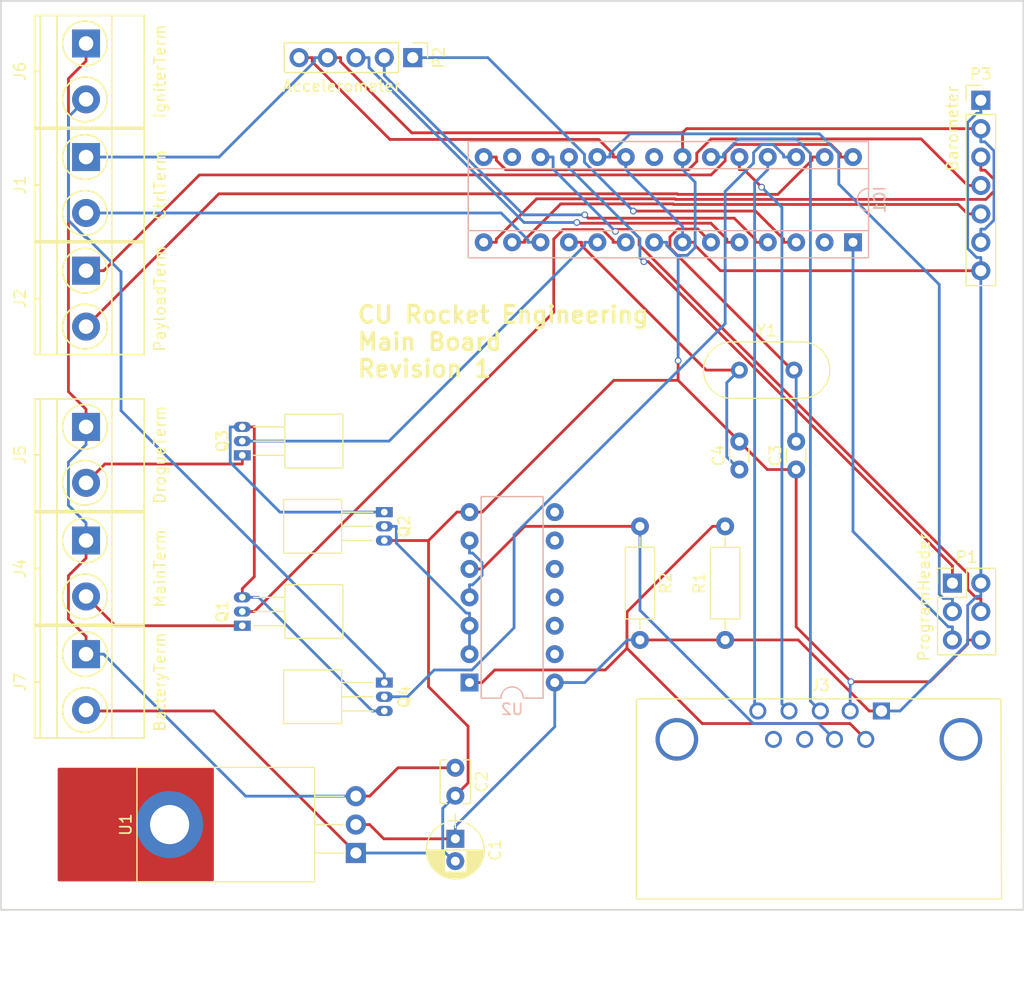
<source format=kicad_pcb>
(kicad_pcb (version 4) (host pcbnew 4.0.5)

  (general
    (links 67)
    (no_connects 0)
    (area 74.405 44.064999 163.545001 132.555001)
    (thickness 1.6)
    (drawings 6)
    (tracks 353)
    (zones 0)
    (modules 24)
    (nets 36)
  )

  (page A4)
  (title_block
    (title Main)
    (date 2017-03-28)
    (rev 1)
    (company "CU Rocket Engineering")
  )

  (layers
    (0 F.Cu signal)
    (31 B.Cu signal)
    (32 B.Adhes user)
    (33 F.Adhes user)
    (34 B.Paste user)
    (35 F.Paste user)
    (36 B.SilkS user)
    (37 F.SilkS user)
    (38 B.Mask user)
    (39 F.Mask user)
    (40 Dwgs.User user)
    (41 Cmts.User user)
    (42 Eco1.User user)
    (43 Eco2.User user)
    (44 Edge.Cuts user)
    (45 Margin user)
    (46 B.CrtYd user)
    (47 F.CrtYd user)
    (48 B.Fab user)
    (49 F.Fab user)
  )

  (setup
    (last_trace_width 0.25)
    (trace_clearance 0.2)
    (zone_clearance 0.508)
    (zone_45_only yes)
    (trace_min 0.2)
    (segment_width 0.2)
    (edge_width 0.15)
    (via_size 0.6)
    (via_drill 0.4)
    (via_min_size 0.4)
    (via_min_drill 0.3)
    (uvia_size 0.3)
    (uvia_drill 0.1)
    (uvias_allowed no)
    (uvia_min_size 0.2)
    (uvia_min_drill 0.1)
    (pcb_text_width 0.3)
    (pcb_text_size 1.5 1.5)
    (mod_edge_width 0.15)
    (mod_text_size 1 1)
    (mod_text_width 0.15)
    (pad_size 6 6)
    (pad_drill 3.5)
    (pad_to_mask_clearance 0.2)
    (aux_axis_origin 0 0)
    (visible_elements FFFFFF7F)
    (pcbplotparams
      (layerselection 0x00030_80000001)
      (usegerberextensions false)
      (excludeedgelayer true)
      (linewidth 0.150000)
      (plotframeref false)
      (viasonmask false)
      (mode 1)
      (useauxorigin false)
      (hpglpennumber 1)
      (hpglpenspeed 20)
      (hpglpendiameter 15)
      (hpglpenoverlay 2)
      (psnegative false)
      (psa4output false)
      (plotreference true)
      (plotvalue true)
      (plotinvisibletext false)
      (padsonsilk false)
      (subtractmaskfromsilk false)
      (outputformat 1)
      (mirror false)
      (drillshape 1)
      (scaleselection 1)
      (outputdirectory ""))
  )

  (net 0 "")
  (net 1 VCC)
  (net 2 GND)
  (net 3 VBAT)
  (net 4 "Net-(C3-Pad2)")
  (net 5 "Net-(C4-Pad1)")
  (net 6 "Net-(IC1-Pad1)")
  (net 7 "Net-(IC1-Pad15)")
  (net 8 "Net-(IC1-Pad2)")
  (net 9 "Net-(IC1-Pad16)")
  (net 10 "Net-(IC1-Pad3)")
  (net 11 "Net-(IC1-Pad17)")
  (net 12 "Net-(IC1-Pad4)")
  (net 13 "Net-(IC1-Pad18)")
  (net 14 "Net-(IC1-Pad5)")
  (net 15 "Net-(IC1-Pad19)")
  (net 16 "Net-(IC1-Pad21)")
  (net 17 "Net-(IC1-Pad9)")
  (net 18 "Net-(IC1-Pad23)")
  (net 19 "Net-(IC1-Pad10)")
  (net 20 "Net-(IC1-Pad24)")
  (net 21 "Net-(IC1-Pad25)")
  (net 22 "Net-(IC1-Pad12)")
  (net 23 "Net-(IC1-Pad26)")
  (net 24 "Net-(IC1-Pad13)")
  (net 25 "Net-(IC1-Pad27)")
  (net 26 "Net-(IC1-Pad14)")
  (net 27 "Net-(IC1-Pad28)")
  (net 28 "Net-(J3-Pad6)")
  (net 29 "Net-(J3-Pad7)")
  (net 30 "Net-(J4-Pad2)")
  (net 31 "Net-(J5-Pad2)")
  (net 32 "Net-(Q1-Pad3)")
  (net 33 "Net-(Q2-Pad2)")
  (net 34 "Net-(U2-Pad4)")
  (net 35 "Net-(J6-Pad2)")

  (net_class Default "This is the default net class."
    (clearance 0.2)
    (trace_width 0.25)
    (via_dia 0.6)
    (via_drill 0.4)
    (uvia_dia 0.3)
    (uvia_drill 0.1)
    (add_net GND)
    (add_net "Net-(C3-Pad2)")
    (add_net "Net-(C4-Pad1)")
    (add_net "Net-(IC1-Pad1)")
    (add_net "Net-(IC1-Pad10)")
    (add_net "Net-(IC1-Pad12)")
    (add_net "Net-(IC1-Pad13)")
    (add_net "Net-(IC1-Pad14)")
    (add_net "Net-(IC1-Pad15)")
    (add_net "Net-(IC1-Pad16)")
    (add_net "Net-(IC1-Pad17)")
    (add_net "Net-(IC1-Pad18)")
    (add_net "Net-(IC1-Pad19)")
    (add_net "Net-(IC1-Pad2)")
    (add_net "Net-(IC1-Pad21)")
    (add_net "Net-(IC1-Pad23)")
    (add_net "Net-(IC1-Pad24)")
    (add_net "Net-(IC1-Pad25)")
    (add_net "Net-(IC1-Pad26)")
    (add_net "Net-(IC1-Pad27)")
    (add_net "Net-(IC1-Pad28)")
    (add_net "Net-(IC1-Pad3)")
    (add_net "Net-(IC1-Pad4)")
    (add_net "Net-(IC1-Pad5)")
    (add_net "Net-(IC1-Pad9)")
    (add_net "Net-(J3-Pad6)")
    (add_net "Net-(J3-Pad7)")
    (add_net "Net-(J4-Pad2)")
    (add_net "Net-(J5-Pad2)")
    (add_net "Net-(J6-Pad2)")
    (add_net "Net-(Q1-Pad3)")
    (add_net "Net-(Q2-Pad2)")
    (add_net "Net-(U2-Pad4)")
    (add_net VBAT)
    (add_net VCC)
  )

  (module Capacitors_ThroughHole:CP_Radial_D5.0mm_P2.00mm (layer F.Cu) (tedit 58765D06) (tstamp 58DADD95)
    (at 114.3 118.11 270)
    (descr "CP, Radial series, Radial, pin pitch=2.00mm, , diameter=5mm, Electrolytic Capacitor")
    (tags "CP Radial series Radial pin pitch 2.00mm  diameter 5mm Electrolytic Capacitor")
    (path /58B76F81)
    (fp_text reference C1 (at 1 -3.56 270) (layer F.SilkS)
      (effects (font (size 1 1) (thickness 0.15)))
    )
    (fp_text value "10 µF" (at 1 3.56 270) (layer F.Fab)
      (effects (font (size 1 1) (thickness 0.15)))
    )
    (fp_arc (start 1 0) (end -1.397436 -0.98) (angle 135.5) (layer F.SilkS) (width 0.12))
    (fp_arc (start 1 0) (end -1.397436 0.98) (angle -135.5) (layer F.SilkS) (width 0.12))
    (fp_arc (start 1 0) (end 3.397436 -0.98) (angle 44.5) (layer F.SilkS) (width 0.12))
    (fp_circle (center 1 0) (end 3.5 0) (layer F.Fab) (width 0.1))
    (fp_line (start -2.2 0) (end -1 0) (layer F.Fab) (width 0.1))
    (fp_line (start -1.6 -0.65) (end -1.6 0.65) (layer F.Fab) (width 0.1))
    (fp_line (start 1 -2.55) (end 1 2.55) (layer F.SilkS) (width 0.12))
    (fp_line (start 1.04 -2.55) (end 1.04 -0.98) (layer F.SilkS) (width 0.12))
    (fp_line (start 1.04 0.98) (end 1.04 2.55) (layer F.SilkS) (width 0.12))
    (fp_line (start 1.08 -2.549) (end 1.08 -0.98) (layer F.SilkS) (width 0.12))
    (fp_line (start 1.08 0.98) (end 1.08 2.549) (layer F.SilkS) (width 0.12))
    (fp_line (start 1.12 -2.548) (end 1.12 -0.98) (layer F.SilkS) (width 0.12))
    (fp_line (start 1.12 0.98) (end 1.12 2.548) (layer F.SilkS) (width 0.12))
    (fp_line (start 1.16 -2.546) (end 1.16 -0.98) (layer F.SilkS) (width 0.12))
    (fp_line (start 1.16 0.98) (end 1.16 2.546) (layer F.SilkS) (width 0.12))
    (fp_line (start 1.2 -2.543) (end 1.2 -0.98) (layer F.SilkS) (width 0.12))
    (fp_line (start 1.2 0.98) (end 1.2 2.543) (layer F.SilkS) (width 0.12))
    (fp_line (start 1.24 -2.539) (end 1.24 -0.98) (layer F.SilkS) (width 0.12))
    (fp_line (start 1.24 0.98) (end 1.24 2.539) (layer F.SilkS) (width 0.12))
    (fp_line (start 1.28 -2.535) (end 1.28 -0.98) (layer F.SilkS) (width 0.12))
    (fp_line (start 1.28 0.98) (end 1.28 2.535) (layer F.SilkS) (width 0.12))
    (fp_line (start 1.32 -2.531) (end 1.32 -0.98) (layer F.SilkS) (width 0.12))
    (fp_line (start 1.32 0.98) (end 1.32 2.531) (layer F.SilkS) (width 0.12))
    (fp_line (start 1.36 -2.525) (end 1.36 -0.98) (layer F.SilkS) (width 0.12))
    (fp_line (start 1.36 0.98) (end 1.36 2.525) (layer F.SilkS) (width 0.12))
    (fp_line (start 1.4 -2.519) (end 1.4 -0.98) (layer F.SilkS) (width 0.12))
    (fp_line (start 1.4 0.98) (end 1.4 2.519) (layer F.SilkS) (width 0.12))
    (fp_line (start 1.44 -2.513) (end 1.44 -0.98) (layer F.SilkS) (width 0.12))
    (fp_line (start 1.44 0.98) (end 1.44 2.513) (layer F.SilkS) (width 0.12))
    (fp_line (start 1.48 -2.506) (end 1.48 -0.98) (layer F.SilkS) (width 0.12))
    (fp_line (start 1.48 0.98) (end 1.48 2.506) (layer F.SilkS) (width 0.12))
    (fp_line (start 1.52 -2.498) (end 1.52 -0.98) (layer F.SilkS) (width 0.12))
    (fp_line (start 1.52 0.98) (end 1.52 2.498) (layer F.SilkS) (width 0.12))
    (fp_line (start 1.56 -2.489) (end 1.56 -0.98) (layer F.SilkS) (width 0.12))
    (fp_line (start 1.56 0.98) (end 1.56 2.489) (layer F.SilkS) (width 0.12))
    (fp_line (start 1.6 -2.48) (end 1.6 -0.98) (layer F.SilkS) (width 0.12))
    (fp_line (start 1.6 0.98) (end 1.6 2.48) (layer F.SilkS) (width 0.12))
    (fp_line (start 1.64 -2.47) (end 1.64 -0.98) (layer F.SilkS) (width 0.12))
    (fp_line (start 1.64 0.98) (end 1.64 2.47) (layer F.SilkS) (width 0.12))
    (fp_line (start 1.68 -2.46) (end 1.68 -0.98) (layer F.SilkS) (width 0.12))
    (fp_line (start 1.68 0.98) (end 1.68 2.46) (layer F.SilkS) (width 0.12))
    (fp_line (start 1.721 -2.448) (end 1.721 -0.98) (layer F.SilkS) (width 0.12))
    (fp_line (start 1.721 0.98) (end 1.721 2.448) (layer F.SilkS) (width 0.12))
    (fp_line (start 1.761 -2.436) (end 1.761 -0.98) (layer F.SilkS) (width 0.12))
    (fp_line (start 1.761 0.98) (end 1.761 2.436) (layer F.SilkS) (width 0.12))
    (fp_line (start 1.801 -2.424) (end 1.801 -0.98) (layer F.SilkS) (width 0.12))
    (fp_line (start 1.801 0.98) (end 1.801 2.424) (layer F.SilkS) (width 0.12))
    (fp_line (start 1.841 -2.41) (end 1.841 -0.98) (layer F.SilkS) (width 0.12))
    (fp_line (start 1.841 0.98) (end 1.841 2.41) (layer F.SilkS) (width 0.12))
    (fp_line (start 1.881 -2.396) (end 1.881 -0.98) (layer F.SilkS) (width 0.12))
    (fp_line (start 1.881 0.98) (end 1.881 2.396) (layer F.SilkS) (width 0.12))
    (fp_line (start 1.921 -2.382) (end 1.921 -0.98) (layer F.SilkS) (width 0.12))
    (fp_line (start 1.921 0.98) (end 1.921 2.382) (layer F.SilkS) (width 0.12))
    (fp_line (start 1.961 -2.366) (end 1.961 -0.98) (layer F.SilkS) (width 0.12))
    (fp_line (start 1.961 0.98) (end 1.961 2.366) (layer F.SilkS) (width 0.12))
    (fp_line (start 2.001 -2.35) (end 2.001 -0.98) (layer F.SilkS) (width 0.12))
    (fp_line (start 2.001 0.98) (end 2.001 2.35) (layer F.SilkS) (width 0.12))
    (fp_line (start 2.041 -2.333) (end 2.041 -0.98) (layer F.SilkS) (width 0.12))
    (fp_line (start 2.041 0.98) (end 2.041 2.333) (layer F.SilkS) (width 0.12))
    (fp_line (start 2.081 -2.315) (end 2.081 -0.98) (layer F.SilkS) (width 0.12))
    (fp_line (start 2.081 0.98) (end 2.081 2.315) (layer F.SilkS) (width 0.12))
    (fp_line (start 2.121 -2.296) (end 2.121 -0.98) (layer F.SilkS) (width 0.12))
    (fp_line (start 2.121 0.98) (end 2.121 2.296) (layer F.SilkS) (width 0.12))
    (fp_line (start 2.161 -2.276) (end 2.161 -0.98) (layer F.SilkS) (width 0.12))
    (fp_line (start 2.161 0.98) (end 2.161 2.276) (layer F.SilkS) (width 0.12))
    (fp_line (start 2.201 -2.256) (end 2.201 -0.98) (layer F.SilkS) (width 0.12))
    (fp_line (start 2.201 0.98) (end 2.201 2.256) (layer F.SilkS) (width 0.12))
    (fp_line (start 2.241 -2.234) (end 2.241 -0.98) (layer F.SilkS) (width 0.12))
    (fp_line (start 2.241 0.98) (end 2.241 2.234) (layer F.SilkS) (width 0.12))
    (fp_line (start 2.281 -2.212) (end 2.281 -0.98) (layer F.SilkS) (width 0.12))
    (fp_line (start 2.281 0.98) (end 2.281 2.212) (layer F.SilkS) (width 0.12))
    (fp_line (start 2.321 -2.189) (end 2.321 -0.98) (layer F.SilkS) (width 0.12))
    (fp_line (start 2.321 0.98) (end 2.321 2.189) (layer F.SilkS) (width 0.12))
    (fp_line (start 2.361 -2.165) (end 2.361 -0.98) (layer F.SilkS) (width 0.12))
    (fp_line (start 2.361 0.98) (end 2.361 2.165) (layer F.SilkS) (width 0.12))
    (fp_line (start 2.401 -2.14) (end 2.401 -0.98) (layer F.SilkS) (width 0.12))
    (fp_line (start 2.401 0.98) (end 2.401 2.14) (layer F.SilkS) (width 0.12))
    (fp_line (start 2.441 -2.113) (end 2.441 -0.98) (layer F.SilkS) (width 0.12))
    (fp_line (start 2.441 0.98) (end 2.441 2.113) (layer F.SilkS) (width 0.12))
    (fp_line (start 2.481 -2.086) (end 2.481 -0.98) (layer F.SilkS) (width 0.12))
    (fp_line (start 2.481 0.98) (end 2.481 2.086) (layer F.SilkS) (width 0.12))
    (fp_line (start 2.521 -2.058) (end 2.521 -0.98) (layer F.SilkS) (width 0.12))
    (fp_line (start 2.521 0.98) (end 2.521 2.058) (layer F.SilkS) (width 0.12))
    (fp_line (start 2.561 -2.028) (end 2.561 -0.98) (layer F.SilkS) (width 0.12))
    (fp_line (start 2.561 0.98) (end 2.561 2.028) (layer F.SilkS) (width 0.12))
    (fp_line (start 2.601 -1.997) (end 2.601 -0.98) (layer F.SilkS) (width 0.12))
    (fp_line (start 2.601 0.98) (end 2.601 1.997) (layer F.SilkS) (width 0.12))
    (fp_line (start 2.641 -1.965) (end 2.641 -0.98) (layer F.SilkS) (width 0.12))
    (fp_line (start 2.641 0.98) (end 2.641 1.965) (layer F.SilkS) (width 0.12))
    (fp_line (start 2.681 -1.932) (end 2.681 -0.98) (layer F.SilkS) (width 0.12))
    (fp_line (start 2.681 0.98) (end 2.681 1.932) (layer F.SilkS) (width 0.12))
    (fp_line (start 2.721 -1.897) (end 2.721 -0.98) (layer F.SilkS) (width 0.12))
    (fp_line (start 2.721 0.98) (end 2.721 1.897) (layer F.SilkS) (width 0.12))
    (fp_line (start 2.761 -1.861) (end 2.761 -0.98) (layer F.SilkS) (width 0.12))
    (fp_line (start 2.761 0.98) (end 2.761 1.861) (layer F.SilkS) (width 0.12))
    (fp_line (start 2.801 -1.823) (end 2.801 -0.98) (layer F.SilkS) (width 0.12))
    (fp_line (start 2.801 0.98) (end 2.801 1.823) (layer F.SilkS) (width 0.12))
    (fp_line (start 2.841 -1.783) (end 2.841 -0.98) (layer F.SilkS) (width 0.12))
    (fp_line (start 2.841 0.98) (end 2.841 1.783) (layer F.SilkS) (width 0.12))
    (fp_line (start 2.881 -1.742) (end 2.881 -0.98) (layer F.SilkS) (width 0.12))
    (fp_line (start 2.881 0.98) (end 2.881 1.742) (layer F.SilkS) (width 0.12))
    (fp_line (start 2.921 -1.699) (end 2.921 -0.98) (layer F.SilkS) (width 0.12))
    (fp_line (start 2.921 0.98) (end 2.921 1.699) (layer F.SilkS) (width 0.12))
    (fp_line (start 2.961 -1.654) (end 2.961 -0.98) (layer F.SilkS) (width 0.12))
    (fp_line (start 2.961 0.98) (end 2.961 1.654) (layer F.SilkS) (width 0.12))
    (fp_line (start 3.001 -1.606) (end 3.001 1.606) (layer F.SilkS) (width 0.12))
    (fp_line (start 3.041 -1.556) (end 3.041 1.556) (layer F.SilkS) (width 0.12))
    (fp_line (start 3.081 -1.504) (end 3.081 1.504) (layer F.SilkS) (width 0.12))
    (fp_line (start 3.121 -1.448) (end 3.121 1.448) (layer F.SilkS) (width 0.12))
    (fp_line (start 3.161 -1.39) (end 3.161 1.39) (layer F.SilkS) (width 0.12))
    (fp_line (start 3.201 -1.327) (end 3.201 1.327) (layer F.SilkS) (width 0.12))
    (fp_line (start 3.241 -1.261) (end 3.241 1.261) (layer F.SilkS) (width 0.12))
    (fp_line (start 3.281 -1.189) (end 3.281 1.189) (layer F.SilkS) (width 0.12))
    (fp_line (start 3.321 -1.112) (end 3.321 1.112) (layer F.SilkS) (width 0.12))
    (fp_line (start 3.361 -1.028) (end 3.361 1.028) (layer F.SilkS) (width 0.12))
    (fp_line (start 3.401 -0.934) (end 3.401 0.934) (layer F.SilkS) (width 0.12))
    (fp_line (start 3.441 -0.829) (end 3.441 0.829) (layer F.SilkS) (width 0.12))
    (fp_line (start 3.481 -0.707) (end 3.481 0.707) (layer F.SilkS) (width 0.12))
    (fp_line (start 3.521 -0.559) (end 3.521 0.559) (layer F.SilkS) (width 0.12))
    (fp_line (start 3.561 -0.354) (end 3.561 0.354) (layer F.SilkS) (width 0.12))
    (fp_line (start -2.2 0) (end -1 0) (layer F.SilkS) (width 0.12))
    (fp_line (start -1.6 -0.65) (end -1.6 0.65) (layer F.SilkS) (width 0.12))
    (fp_line (start -1.85 -2.85) (end -1.85 2.85) (layer F.CrtYd) (width 0.05))
    (fp_line (start -1.85 2.85) (end 3.85 2.85) (layer F.CrtYd) (width 0.05))
    (fp_line (start 3.85 2.85) (end 3.85 -2.85) (layer F.CrtYd) (width 0.05))
    (fp_line (start 3.85 -2.85) (end -1.85 -2.85) (layer F.CrtYd) (width 0.05))
    (pad 1 thru_hole rect (at 0 0 270) (size 1.6 1.6) (drill 0.8) (layers *.Cu *.Mask)
      (net 1 VCC))
    (pad 2 thru_hole circle (at 2 0 270) (size 1.6 1.6) (drill 0.8) (layers *.Cu *.Mask)
      (net 2 GND))
    (model Capacitors_THT.3dshapes/CP_Radial_D5.0mm_P2.00mm.wrl
      (at (xyz 0 0 0))
      (scale (xyz 0.393701 0.393701 0.393701))
      (rotate (xyz 0 0 0))
    )
  )

  (module Capacitors_ThroughHole:C_Disc_D3.8mm_W2.6mm_P2.50mm (layer F.Cu) (tedit 58765D06) (tstamp 58DADDA9)
    (at 114.3 111.76 270)
    (descr "C, Disc series, Radial, pin pitch=2.50mm, , diameter*width=3.8*2.6mm^2, Capacitor, http://www.vishay.com/docs/45233/krseries.pdf")
    (tags "C Disc series Radial pin pitch 2.50mm  diameter 3.8mm width 2.6mm Capacitor")
    (path /58B76EDA)
    (fp_text reference C2 (at 1.25 -2.36 270) (layer F.SilkS)
      (effects (font (size 1 1) (thickness 0.15)))
    )
    (fp_text value "0.1 µF" (at 1.25 2.36 270) (layer F.Fab)
      (effects (font (size 1 1) (thickness 0.15)))
    )
    (fp_line (start -0.65 -1.3) (end -0.65 1.3) (layer F.Fab) (width 0.1))
    (fp_line (start -0.65 1.3) (end 3.15 1.3) (layer F.Fab) (width 0.1))
    (fp_line (start 3.15 1.3) (end 3.15 -1.3) (layer F.Fab) (width 0.1))
    (fp_line (start 3.15 -1.3) (end -0.65 -1.3) (layer F.Fab) (width 0.1))
    (fp_line (start -0.71 -1.36) (end 3.21 -1.36) (layer F.SilkS) (width 0.12))
    (fp_line (start -0.71 1.36) (end 3.21 1.36) (layer F.SilkS) (width 0.12))
    (fp_line (start -0.71 -1.36) (end -0.71 -0.75) (layer F.SilkS) (width 0.12))
    (fp_line (start -0.71 0.75) (end -0.71 1.36) (layer F.SilkS) (width 0.12))
    (fp_line (start 3.21 -1.36) (end 3.21 -0.75) (layer F.SilkS) (width 0.12))
    (fp_line (start 3.21 0.75) (end 3.21 1.36) (layer F.SilkS) (width 0.12))
    (fp_line (start -1.05 -1.65) (end -1.05 1.65) (layer F.CrtYd) (width 0.05))
    (fp_line (start -1.05 1.65) (end 3.55 1.65) (layer F.CrtYd) (width 0.05))
    (fp_line (start 3.55 1.65) (end 3.55 -1.65) (layer F.CrtYd) (width 0.05))
    (fp_line (start 3.55 -1.65) (end -1.05 -1.65) (layer F.CrtYd) (width 0.05))
    (pad 1 thru_hole circle (at 0 0 270) (size 1.6 1.6) (drill 0.8) (layers *.Cu *.Mask)
      (net 3 VBAT))
    (pad 2 thru_hole circle (at 2.5 0 270) (size 1.6 1.6) (drill 0.8) (layers *.Cu *.Mask)
      (net 2 GND))
    (model Capacitors_THT.3dshapes/C_Disc_D3.8mm_W2.6mm_P2.50mm.wrl
      (at (xyz 0 0 0))
      (scale (xyz 0.393701 0.393701 0.393701))
      (rotate (xyz 0 0 0))
    )
  )

  (module Capacitors_ThroughHole:C_Disc_D3.0mm_W1.6mm_P2.50mm (layer F.Cu) (tedit 58765D06) (tstamp 58DADDB9)
    (at 144.78 85.09 90)
    (descr "C, Disc series, Radial, pin pitch=2.50mm, , diameter*width=3.0*1.6mm^2, Capacitor, http://www.vishay.com/docs/45233/krseries.pdf")
    (tags "C Disc series Radial pin pitch 2.50mm  diameter 3.0mm width 1.6mm Capacitor")
    (path /58B76C1D)
    (fp_text reference C3 (at 1.25 -1.86 90) (layer F.SilkS)
      (effects (font (size 1 1) (thickness 0.15)))
    )
    (fp_text value "22 pF" (at 1.25 1.86 90) (layer F.Fab)
      (effects (font (size 1 1) (thickness 0.15)))
    )
    (fp_line (start -0.25 -0.8) (end -0.25 0.8) (layer F.Fab) (width 0.1))
    (fp_line (start -0.25 0.8) (end 2.75 0.8) (layer F.Fab) (width 0.1))
    (fp_line (start 2.75 0.8) (end 2.75 -0.8) (layer F.Fab) (width 0.1))
    (fp_line (start 2.75 -0.8) (end -0.25 -0.8) (layer F.Fab) (width 0.1))
    (fp_line (start 0.663 -0.861) (end 1.837 -0.861) (layer F.SilkS) (width 0.12))
    (fp_line (start 0.663 0.861) (end 1.837 0.861) (layer F.SilkS) (width 0.12))
    (fp_line (start -1.05 -1.15) (end -1.05 1.15) (layer F.CrtYd) (width 0.05))
    (fp_line (start -1.05 1.15) (end 3.55 1.15) (layer F.CrtYd) (width 0.05))
    (fp_line (start 3.55 1.15) (end 3.55 -1.15) (layer F.CrtYd) (width 0.05))
    (fp_line (start 3.55 -1.15) (end -1.05 -1.15) (layer F.CrtYd) (width 0.05))
    (pad 1 thru_hole circle (at 0 0 90) (size 1.6 1.6) (drill 0.8) (layers *.Cu *.Mask)
      (net 2 GND))
    (pad 2 thru_hole circle (at 2.5 0 90) (size 1.6 1.6) (drill 0.8) (layers *.Cu *.Mask)
      (net 4 "Net-(C3-Pad2)"))
    (model Capacitors_THT.3dshapes/C_Disc_D3.0mm_W1.6mm_P2.50mm.wrl
      (at (xyz 0 0 0))
      (scale (xyz 0.393701 0.393701 0.393701))
      (rotate (xyz 0 0 0))
    )
  )

  (module Capacitors_ThroughHole:C_Disc_D3.0mm_W1.6mm_P2.50mm (layer F.Cu) (tedit 58765D06) (tstamp 58DADDC9)
    (at 139.7 85.09 90)
    (descr "C, Disc series, Radial, pin pitch=2.50mm, , diameter*width=3.0*1.6mm^2, Capacitor, http://www.vishay.com/docs/45233/krseries.pdf")
    (tags "C Disc series Radial pin pitch 2.50mm  diameter 3.0mm width 1.6mm Capacitor")
    (path /58B76BBA)
    (fp_text reference C4 (at 1.25 -1.86 90) (layer F.SilkS)
      (effects (font (size 1 1) (thickness 0.15)))
    )
    (fp_text value "22 pF" (at 1.25 1.86 90) (layer F.Fab)
      (effects (font (size 1 1) (thickness 0.15)))
    )
    (fp_line (start -0.25 -0.8) (end -0.25 0.8) (layer F.Fab) (width 0.1))
    (fp_line (start -0.25 0.8) (end 2.75 0.8) (layer F.Fab) (width 0.1))
    (fp_line (start 2.75 0.8) (end 2.75 -0.8) (layer F.Fab) (width 0.1))
    (fp_line (start 2.75 -0.8) (end -0.25 -0.8) (layer F.Fab) (width 0.1))
    (fp_line (start 0.663 -0.861) (end 1.837 -0.861) (layer F.SilkS) (width 0.12))
    (fp_line (start 0.663 0.861) (end 1.837 0.861) (layer F.SilkS) (width 0.12))
    (fp_line (start -1.05 -1.15) (end -1.05 1.15) (layer F.CrtYd) (width 0.05))
    (fp_line (start -1.05 1.15) (end 3.55 1.15) (layer F.CrtYd) (width 0.05))
    (fp_line (start 3.55 1.15) (end 3.55 -1.15) (layer F.CrtYd) (width 0.05))
    (fp_line (start 3.55 -1.15) (end -1.05 -1.15) (layer F.CrtYd) (width 0.05))
    (pad 1 thru_hole circle (at 0 0 90) (size 1.6 1.6) (drill 0.8) (layers *.Cu *.Mask)
      (net 5 "Net-(C4-Pad1)"))
    (pad 2 thru_hole circle (at 2.5 0 90) (size 1.6 1.6) (drill 0.8) (layers *.Cu *.Mask)
      (net 2 GND))
    (model Capacitors_THT.3dshapes/C_Disc_D3.0mm_W1.6mm_P2.50mm.wrl
      (at (xyz 0 0 0))
      (scale (xyz 0.393701 0.393701 0.393701))
      (rotate (xyz 0 0 0))
    )
  )

  (module Housings_DIP:DIP-28_W7.62mm_Socket (layer B.Cu) (tedit 586281B5) (tstamp 58DADE00)
    (at 149.86 64.77 90)
    (descr "28-lead dip package, row spacing 7.62 mm (300 mils), Socket")
    (tags "DIL DIP PDIP 2.54mm 7.62mm 300mil Socket")
    (path /58B76AB6)
    (fp_text reference IC1 (at 3.81 2.39 90) (layer B.SilkS)
      (effects (font (size 1 1) (thickness 0.15)) (justify mirror))
    )
    (fp_text value AVR (at 3.81 -35.41 90) (layer B.Fab)
      (effects (font (size 1 1) (thickness 0.15)) (justify mirror))
    )
    (fp_arc (start 3.81 1.39) (end 2.81 1.39) (angle 180) (layer B.SilkS) (width 0.12))
    (fp_line (start 1.635 1.27) (end 6.985 1.27) (layer B.Fab) (width 0.1))
    (fp_line (start 6.985 1.27) (end 6.985 -34.29) (layer B.Fab) (width 0.1))
    (fp_line (start 6.985 -34.29) (end 0.635 -34.29) (layer B.Fab) (width 0.1))
    (fp_line (start 0.635 -34.29) (end 0.635 0.27) (layer B.Fab) (width 0.1))
    (fp_line (start 0.635 0.27) (end 1.635 1.27) (layer B.Fab) (width 0.1))
    (fp_line (start -1.27 1.27) (end -1.27 -34.29) (layer B.Fab) (width 0.1))
    (fp_line (start -1.27 -34.29) (end 8.89 -34.29) (layer B.Fab) (width 0.1))
    (fp_line (start 8.89 -34.29) (end 8.89 1.27) (layer B.Fab) (width 0.1))
    (fp_line (start 8.89 1.27) (end -1.27 1.27) (layer B.Fab) (width 0.1))
    (fp_line (start 2.81 1.39) (end 1.04 1.39) (layer B.SilkS) (width 0.12))
    (fp_line (start 1.04 1.39) (end 1.04 -34.41) (layer B.SilkS) (width 0.12))
    (fp_line (start 1.04 -34.41) (end 6.58 -34.41) (layer B.SilkS) (width 0.12))
    (fp_line (start 6.58 -34.41) (end 6.58 1.39) (layer B.SilkS) (width 0.12))
    (fp_line (start 6.58 1.39) (end 4.81 1.39) (layer B.SilkS) (width 0.12))
    (fp_line (start -1.39 1.39) (end -1.39 -34.41) (layer B.SilkS) (width 0.12))
    (fp_line (start -1.39 -34.41) (end 9.01 -34.41) (layer B.SilkS) (width 0.12))
    (fp_line (start 9.01 -34.41) (end 9.01 1.39) (layer B.SilkS) (width 0.12))
    (fp_line (start 9.01 1.39) (end -1.39 1.39) (layer B.SilkS) (width 0.12))
    (fp_line (start -1.7 1.7) (end -1.7 -34.7) (layer B.CrtYd) (width 0.05))
    (fp_line (start -1.7 -34.7) (end 9.3 -34.7) (layer B.CrtYd) (width 0.05))
    (fp_line (start 9.3 -34.7) (end 9.3 1.7) (layer B.CrtYd) (width 0.05))
    (fp_line (start 9.3 1.7) (end -1.7 1.7) (layer B.CrtYd) (width 0.05))
    (pad 1 thru_hole rect (at 0 0 90) (size 1.6 1.6) (drill 0.8) (layers *.Cu *.Mask)
      (net 6 "Net-(IC1-Pad1)"))
    (pad 15 thru_hole oval (at 7.62 -33.02 90) (size 1.6 1.6) (drill 0.8) (layers *.Cu *.Mask)
      (net 7 "Net-(IC1-Pad15)"))
    (pad 2 thru_hole oval (at 0 -2.54 90) (size 1.6 1.6) (drill 0.8) (layers *.Cu *.Mask)
      (net 8 "Net-(IC1-Pad2)"))
    (pad 16 thru_hole oval (at 7.62 -30.48 90) (size 1.6 1.6) (drill 0.8) (layers *.Cu *.Mask)
      (net 9 "Net-(IC1-Pad16)"))
    (pad 3 thru_hole oval (at 0 -5.08 90) (size 1.6 1.6) (drill 0.8) (layers *.Cu *.Mask)
      (net 10 "Net-(IC1-Pad3)"))
    (pad 17 thru_hole oval (at 7.62 -27.94 90) (size 1.6 1.6) (drill 0.8) (layers *.Cu *.Mask)
      (net 11 "Net-(IC1-Pad17)"))
    (pad 4 thru_hole oval (at 0 -7.62 90) (size 1.6 1.6) (drill 0.8) (layers *.Cu *.Mask)
      (net 12 "Net-(IC1-Pad4)"))
    (pad 18 thru_hole oval (at 7.62 -25.4 90) (size 1.6 1.6) (drill 0.8) (layers *.Cu *.Mask)
      (net 13 "Net-(IC1-Pad18)"))
    (pad 5 thru_hole oval (at 0 -10.16 90) (size 1.6 1.6) (drill 0.8) (layers *.Cu *.Mask)
      (net 14 "Net-(IC1-Pad5)"))
    (pad 19 thru_hole oval (at 7.62 -22.86 90) (size 1.6 1.6) (drill 0.8) (layers *.Cu *.Mask)
      (net 15 "Net-(IC1-Pad19)"))
    (pad 6 thru_hole oval (at 0 -12.7 90) (size 1.6 1.6) (drill 0.8) (layers *.Cu *.Mask)
      (net 4 "Net-(C3-Pad2)"))
    (pad 20 thru_hole oval (at 7.62 -20.32 90) (size 1.6 1.6) (drill 0.8) (layers *.Cu *.Mask)
      (net 1 VCC))
    (pad 7 thru_hole oval (at 0 -15.24 90) (size 1.6 1.6) (drill 0.8) (layers *.Cu *.Mask)
      (net 1 VCC))
    (pad 21 thru_hole oval (at 7.62 -17.78 90) (size 1.6 1.6) (drill 0.8) (layers *.Cu *.Mask)
      (net 16 "Net-(IC1-Pad21)"))
    (pad 8 thru_hole oval (at 0 -17.78 90) (size 1.6 1.6) (drill 0.8) (layers *.Cu *.Mask)
      (net 2 GND))
    (pad 22 thru_hole oval (at 7.62 -15.24 90) (size 1.6 1.6) (drill 0.8) (layers *.Cu *.Mask)
      (net 2 GND))
    (pad 9 thru_hole oval (at 0 -20.32 90) (size 1.6 1.6) (drill 0.8) (layers *.Cu *.Mask)
      (net 17 "Net-(IC1-Pad9)"))
    (pad 23 thru_hole oval (at 7.62 -12.7 90) (size 1.6 1.6) (drill 0.8) (layers *.Cu *.Mask)
      (net 18 "Net-(IC1-Pad23)"))
    (pad 10 thru_hole oval (at 0 -22.86 90) (size 1.6 1.6) (drill 0.8) (layers *.Cu *.Mask)
      (net 19 "Net-(IC1-Pad10)"))
    (pad 24 thru_hole oval (at 7.62 -10.16 90) (size 1.6 1.6) (drill 0.8) (layers *.Cu *.Mask)
      (net 20 "Net-(IC1-Pad24)"))
    (pad 11 thru_hole oval (at 0 -25.4 90) (size 1.6 1.6) (drill 0.8) (layers *.Cu *.Mask)
      (net 5 "Net-(C4-Pad1)"))
    (pad 25 thru_hole oval (at 7.62 -7.62 90) (size 1.6 1.6) (drill 0.8) (layers *.Cu *.Mask)
      (net 21 "Net-(IC1-Pad25)"))
    (pad 12 thru_hole oval (at 0 -27.94 90) (size 1.6 1.6) (drill 0.8) (layers *.Cu *.Mask)
      (net 22 "Net-(IC1-Pad12)"))
    (pad 26 thru_hole oval (at 7.62 -5.08 90) (size 1.6 1.6) (drill 0.8) (layers *.Cu *.Mask)
      (net 23 "Net-(IC1-Pad26)"))
    (pad 13 thru_hole oval (at 0 -30.48 90) (size 1.6 1.6) (drill 0.8) (layers *.Cu *.Mask)
      (net 24 "Net-(IC1-Pad13)"))
    (pad 27 thru_hole oval (at 7.62 -2.54 90) (size 1.6 1.6) (drill 0.8) (layers *.Cu *.Mask)
      (net 25 "Net-(IC1-Pad27)"))
    (pad 14 thru_hole oval (at 0 -33.02 90) (size 1.6 1.6) (drill 0.8) (layers *.Cu *.Mask)
      (net 26 "Net-(IC1-Pad14)"))
    (pad 28 thru_hole oval (at 7.62 0 90) (size 1.6 1.6) (drill 0.8) (layers *.Cu *.Mask)
      (net 27 "Net-(IC1-Pad28)"))
    (model Housings_DIP.3dshapes/DIP-28_W7.62mm_Socket.wrl
      (at (xyz 0 0 0))
      (scale (xyz 1 1 1))
      (rotate (xyz 0 0 0))
    )
  )

  (module Terminal_Blocks:TerminalBlock_Pheonix_MKDS1.5-2pol (layer F.Cu) (tedit 58F67F67) (tstamp 58DADE14)
    (at 81.28 57.15 270)
    (descr "2-way 5mm pitch terminal block, Phoenix MKDS series")
    (path /58BC987E)
    (fp_text reference J1 (at 2.5 5.9 270) (layer F.SilkS)
      (effects (font (size 1 1) (thickness 0.15)))
    )
    (fp_text value CtrlTerm (at 2.5 -6.6 270) (layer F.SilkS)
      (effects (font (size 1 1) (thickness 0.15)))
    )
    (fp_line (start -2.7 -5.4) (end 7.7 -5.4) (layer F.CrtYd) (width 0.05))
    (fp_line (start -2.7 4.8) (end -2.7 -5.4) (layer F.CrtYd) (width 0.05))
    (fp_line (start 7.7 4.8) (end -2.7 4.8) (layer F.CrtYd) (width 0.05))
    (fp_line (start 7.7 -5.4) (end 7.7 4.8) (layer F.CrtYd) (width 0.05))
    (fp_line (start 2.5 4.1) (end 2.5 4.6) (layer F.SilkS) (width 0.15))
    (fp_circle (center 5 0.1) (end 3 0.1) (layer F.SilkS) (width 0.15))
    (fp_circle (center 0 0.1) (end 2 0.1) (layer F.SilkS) (width 0.15))
    (fp_line (start -2.5 2.6) (end 7.5 2.6) (layer F.SilkS) (width 0.15))
    (fp_line (start -2.5 -2.3) (end 7.5 -2.3) (layer F.SilkS) (width 0.15))
    (fp_line (start -2.5 4.1) (end 7.5 4.1) (layer F.SilkS) (width 0.15))
    (fp_line (start -2.5 4.6) (end 7.5 4.6) (layer F.SilkS) (width 0.15))
    (fp_line (start 7.5 4.6) (end 7.5 -5.2) (layer F.SilkS) (width 0.15))
    (fp_line (start 7.5 -5.2) (end -2.5 -5.2) (layer F.SilkS) (width 0.15))
    (fp_line (start -2.5 -5.2) (end -2.5 4.6) (layer F.SilkS) (width 0.15))
    (pad 1 thru_hole rect (at 0 0 270) (size 2.5 2.5) (drill 1.3) (layers *.Cu *.Mask)
      (net 2 GND))
    (pad 2 thru_hole circle (at 5 0 270) (size 2.5 2.5) (drill 1.3) (layers *.Cu *.Mask)
      (net 22 "Net-(IC1-Pad12)"))
    (model Terminal_Blocks.3dshapes/TerminalBlock_Pheonix_MKDS1.5-2pol.wrl
      (at (xyz 0.0984 0 0))
      (scale (xyz 1 1 1))
      (rotate (xyz 0 0 0))
    )
  )

  (module Terminal_Blocks:TerminalBlock_Pheonix_MKDS1.5-2pol (layer F.Cu) (tedit 58F67F5C) (tstamp 58DADE28)
    (at 81.28 67.31 270)
    (descr "2-way 5mm pitch terminal block, Phoenix MKDS series")
    (path /58BC9B79)
    (fp_text reference J2 (at 2.5 5.9 270) (layer F.SilkS)
      (effects (font (size 1 1) (thickness 0.15)))
    )
    (fp_text value PayloadTerm (at 2.5 -6.6 270) (layer F.SilkS)
      (effects (font (size 1 1) (thickness 0.15)))
    )
    (fp_line (start -2.7 -5.4) (end 7.7 -5.4) (layer F.CrtYd) (width 0.05))
    (fp_line (start -2.7 4.8) (end -2.7 -5.4) (layer F.CrtYd) (width 0.05))
    (fp_line (start 7.7 4.8) (end -2.7 4.8) (layer F.CrtYd) (width 0.05))
    (fp_line (start 7.7 -5.4) (end 7.7 4.8) (layer F.CrtYd) (width 0.05))
    (fp_line (start 2.5 4.1) (end 2.5 4.6) (layer F.SilkS) (width 0.15))
    (fp_circle (center 5 0.1) (end 3 0.1) (layer F.SilkS) (width 0.15))
    (fp_circle (center 0 0.1) (end 2 0.1) (layer F.SilkS) (width 0.15))
    (fp_line (start -2.5 2.6) (end 7.5 2.6) (layer F.SilkS) (width 0.15))
    (fp_line (start -2.5 -2.3) (end 7.5 -2.3) (layer F.SilkS) (width 0.15))
    (fp_line (start -2.5 4.1) (end 7.5 4.1) (layer F.SilkS) (width 0.15))
    (fp_line (start -2.5 4.6) (end 7.5 4.6) (layer F.SilkS) (width 0.15))
    (fp_line (start 7.5 4.6) (end 7.5 -5.2) (layer F.SilkS) (width 0.15))
    (fp_line (start 7.5 -5.2) (end -2.5 -5.2) (layer F.SilkS) (width 0.15))
    (fp_line (start -2.5 -5.2) (end -2.5 4.6) (layer F.SilkS) (width 0.15))
    (pad 1 thru_hole rect (at 0 0 270) (size 2.5 2.5) (drill 1.3) (layers *.Cu *.Mask)
      (net 27 "Net-(IC1-Pad28)"))
    (pad 2 thru_hole circle (at 5 0 270) (size 2.5 2.5) (drill 1.3) (layers *.Cu *.Mask)
      (net 25 "Net-(IC1-Pad27)"))
    (model Terminal_Blocks.3dshapes/TerminalBlock_Pheonix_MKDS1.5-2pol.wrl
      (at (xyz 0.0984 0 0))
      (scale (xyz 1 1 1))
      (rotate (xyz 0 0 0))
    )
  )

  (module Connect:DB9FC (layer F.Cu) (tedit 587FDE78) (tstamp 58DADE49)
    (at 152.4 106.68 180)
    (descr "Connecteur DB9 femelle couche")
    (tags "CONN DB9")
    (path /58BC9C47)
    (fp_text reference J3 (at 5.46 2.28 180) (layer F.SilkS)
      (effects (font (size 1 1) (thickness 0.15)))
    )
    (fp_text value PanelTerm (at 6.73 -5.08 180) (layer F.Fab)
      (effects (font (size 1 1) (thickness 0.15)))
    )
    (fp_line (start -10.74 -16.82) (end -10.69 1.08) (layer F.SilkS) (width 0.12))
    (fp_line (start -10.69 1.08) (end 21.91 1.08) (layer F.SilkS) (width 0.12))
    (fp_line (start 21.91 1.08) (end 21.91 -16.82) (layer F.SilkS) (width 0.12))
    (fp_line (start 21.91 -16.82) (end -10.74 -16.82) (layer F.SilkS) (width 0.12))
    (fp_line (start -10.67 1.02) (end 21.84 1.02) (layer F.Fab) (width 0.1))
    (fp_line (start 21.84 1.02) (end 21.84 -16.76) (layer F.Fab) (width 0.1))
    (fp_line (start 21.84 -16.76) (end -10.67 -16.76) (layer F.Fab) (width 0.1))
    (fp_line (start -10.67 -16.76) (end -10.67 1.02) (layer F.Fab) (width 0.1))
    (fp_line (start -3.56 -16.76) (end -3.56 -9.14) (layer F.Fab) (width 0.1))
    (fp_line (start -3.56 -9.14) (end 14.73 -9.14) (layer F.Fab) (width 0.1))
    (fp_line (start 14.73 -9.14) (end 14.73 -16.76) (layer F.Fab) (width 0.1))
    (fp_line (start -2.03 -16.76) (end -2.03 -25.4) (layer F.Fab) (width 0.1))
    (fp_line (start -2.03 -25.4) (end 13.21 -25.4) (layer F.Fab) (width 0.1))
    (fp_line (start 13.21 -25.4) (end 13.21 -16.76) (layer F.Fab) (width 0.1))
    (fp_line (start -10.92 -25.65) (end 22.09 -25.65) (layer F.CrtYd) (width 0.05))
    (fp_line (start -10.92 -25.65) (end -10.92 1.27) (layer F.CrtYd) (width 0.05))
    (fp_line (start 22.09 1.27) (end 22.09 -25.65) (layer F.CrtYd) (width 0.05))
    (fp_line (start 22.09 1.27) (end -10.92 1.27) (layer F.CrtYd) (width 0.05))
    (pad "" thru_hole circle (at 18.29 -2.54 180) (size 3.81 3.81) (drill 3.05) (layers *.Cu *.Mask))
    (pad "" thru_hole circle (at -7.11 -2.54 180) (size 3.81 3.81) (drill 3.05) (layers *.Cu *.Mask))
    (pad 1 thru_hole rect (at 0 0 180) (size 1.52 1.52) (drill 1.02) (layers *.Cu *.Mask)
      (net 1 VCC))
    (pad 2 thru_hole circle (at 2.79 0 180) (size 1.52 1.52) (drill 1.02) (layers *.Cu *.Mask)
      (net 2 GND))
    (pad 3 thru_hole circle (at 5.46 0 180) (size 1.52 1.52) (drill 1.02) (layers *.Cu *.Mask)
      (net 18 "Net-(IC1-Pad23)"))
    (pad 4 thru_hole circle (at 8.26 0 180) (size 1.52 1.52) (drill 1.02) (layers *.Cu *.Mask)
      (net 20 "Net-(IC1-Pad24)"))
    (pad 5 thru_hole circle (at 11.05 0 180) (size 1.52 1.52) (drill 1.02) (layers *.Cu *.Mask)
      (net 21 "Net-(IC1-Pad25)"))
    (pad 6 thru_hole circle (at 1.4 -2.54 180) (size 1.52 1.52) (drill 1.02) (layers *.Cu *.Mask)
      (net 28 "Net-(J3-Pad6)"))
    (pad 7 thru_hole circle (at 4.19 -2.54 180) (size 1.52 1.52) (drill 1.02) (layers *.Cu *.Mask)
      (net 29 "Net-(J3-Pad7)"))
    (pad 8 thru_hole circle (at 6.86 -2.54 180) (size 1.52 1.52) (drill 1.02) (layers *.Cu *.Mask))
    (pad 9 thru_hole circle (at 9.65 -2.54 180) (size 1.52 1.52) (drill 1.02) (layers *.Cu *.Mask))
    (model Connectors.3dshapes/DB9FC.wrl
      (at (xyz 0.2086614173228347 0.05314960629921261 0))
      (scale (xyz 1 1 1))
      (rotate (xyz 0 0 0))
    )
  )

  (module Terminal_Blocks:TerminalBlock_Pheonix_MKDS1.5-2pol (layer F.Cu) (tedit 58F67F4F) (tstamp 58DADE5D)
    (at 81.28 91.44 270)
    (descr "2-way 5mm pitch terminal block, Phoenix MKDS series")
    (path /58BCAD2D)
    (fp_text reference J4 (at 2.5 5.9 270) (layer F.SilkS)
      (effects (font (size 1 1) (thickness 0.15)))
    )
    (fp_text value MainTerm (at 2.5 -6.6 270) (layer F.SilkS)
      (effects (font (size 1 1) (thickness 0.15)))
    )
    (fp_line (start -2.7 -5.4) (end 7.7 -5.4) (layer F.CrtYd) (width 0.05))
    (fp_line (start -2.7 4.8) (end -2.7 -5.4) (layer F.CrtYd) (width 0.05))
    (fp_line (start 7.7 4.8) (end -2.7 4.8) (layer F.CrtYd) (width 0.05))
    (fp_line (start 7.7 -5.4) (end 7.7 4.8) (layer F.CrtYd) (width 0.05))
    (fp_line (start 2.5 4.1) (end 2.5 4.6) (layer F.SilkS) (width 0.15))
    (fp_circle (center 5 0.1) (end 3 0.1) (layer F.SilkS) (width 0.15))
    (fp_circle (center 0 0.1) (end 2 0.1) (layer F.SilkS) (width 0.15))
    (fp_line (start -2.5 2.6) (end 7.5 2.6) (layer F.SilkS) (width 0.15))
    (fp_line (start -2.5 -2.3) (end 7.5 -2.3) (layer F.SilkS) (width 0.15))
    (fp_line (start -2.5 4.1) (end 7.5 4.1) (layer F.SilkS) (width 0.15))
    (fp_line (start -2.5 4.6) (end 7.5 4.6) (layer F.SilkS) (width 0.15))
    (fp_line (start 7.5 4.6) (end 7.5 -5.2) (layer F.SilkS) (width 0.15))
    (fp_line (start 7.5 -5.2) (end -2.5 -5.2) (layer F.SilkS) (width 0.15))
    (fp_line (start -2.5 -5.2) (end -2.5 4.6) (layer F.SilkS) (width 0.15))
    (pad 1 thru_hole rect (at 0 0 270) (size 2.5 2.5) (drill 1.3) (layers *.Cu *.Mask)
      (net 3 VBAT))
    (pad 2 thru_hole circle (at 5 0 270) (size 2.5 2.5) (drill 1.3) (layers *.Cu *.Mask)
      (net 30 "Net-(J4-Pad2)"))
    (model Terminal_Blocks.3dshapes/TerminalBlock_Pheonix_MKDS1.5-2pol.wrl
      (at (xyz 0.0984 0 0))
      (scale (xyz 1 1 1))
      (rotate (xyz 0 0 0))
    )
  )

  (module Terminal_Blocks:TerminalBlock_Pheonix_MKDS1.5-2pol (layer F.Cu) (tedit 58F67F55) (tstamp 58DADE71)
    (at 81.28 81.28 270)
    (descr "2-way 5mm pitch terminal block, Phoenix MKDS series")
    (path /58BCAEDA)
    (fp_text reference J5 (at 2.5 5.9 270) (layer F.SilkS)
      (effects (font (size 1 1) (thickness 0.15)))
    )
    (fp_text value DrogueTerm (at 2.5 -6.6 270) (layer F.SilkS)
      (effects (font (size 1 1) (thickness 0.15)))
    )
    (fp_line (start -2.7 -5.4) (end 7.7 -5.4) (layer F.CrtYd) (width 0.05))
    (fp_line (start -2.7 4.8) (end -2.7 -5.4) (layer F.CrtYd) (width 0.05))
    (fp_line (start 7.7 4.8) (end -2.7 4.8) (layer F.CrtYd) (width 0.05))
    (fp_line (start 7.7 -5.4) (end 7.7 4.8) (layer F.CrtYd) (width 0.05))
    (fp_line (start 2.5 4.1) (end 2.5 4.6) (layer F.SilkS) (width 0.15))
    (fp_circle (center 5 0.1) (end 3 0.1) (layer F.SilkS) (width 0.15))
    (fp_circle (center 0 0.1) (end 2 0.1) (layer F.SilkS) (width 0.15))
    (fp_line (start -2.5 2.6) (end 7.5 2.6) (layer F.SilkS) (width 0.15))
    (fp_line (start -2.5 -2.3) (end 7.5 -2.3) (layer F.SilkS) (width 0.15))
    (fp_line (start -2.5 4.1) (end 7.5 4.1) (layer F.SilkS) (width 0.15))
    (fp_line (start -2.5 4.6) (end 7.5 4.6) (layer F.SilkS) (width 0.15))
    (fp_line (start 7.5 4.6) (end 7.5 -5.2) (layer F.SilkS) (width 0.15))
    (fp_line (start 7.5 -5.2) (end -2.5 -5.2) (layer F.SilkS) (width 0.15))
    (fp_line (start -2.5 -5.2) (end -2.5 4.6) (layer F.SilkS) (width 0.15))
    (pad 1 thru_hole rect (at 0 0 270) (size 2.5 2.5) (drill 1.3) (layers *.Cu *.Mask)
      (net 3 VBAT))
    (pad 2 thru_hole circle (at 5 0 270) (size 2.5 2.5) (drill 1.3) (layers *.Cu *.Mask)
      (net 31 "Net-(J5-Pad2)"))
    (model Terminal_Blocks.3dshapes/TerminalBlock_Pheonix_MKDS1.5-2pol.wrl
      (at (xyz 0.0984 0 0))
      (scale (xyz 1 1 1))
      (rotate (xyz 0 0 0))
    )
  )

  (module Terminal_Blocks:TerminalBlock_Pheonix_MKDS1.5-2pol (layer F.Cu) (tedit 58F67F6C) (tstamp 58DADE85)
    (at 81.28 46.99 270)
    (descr "2-way 5mm pitch terminal block, Phoenix MKDS series")
    (path /58DD1C52)
    (fp_text reference J6 (at 2.5 5.9 270) (layer F.SilkS)
      (effects (font (size 1 1) (thickness 0.15)))
    )
    (fp_text value IgniterTerm (at 2.5 -6.6 270) (layer F.SilkS)
      (effects (font (size 1 1) (thickness 0.15)))
    )
    (fp_line (start -2.7 -5.4) (end 7.7 -5.4) (layer F.CrtYd) (width 0.05))
    (fp_line (start -2.7 4.8) (end -2.7 -5.4) (layer F.CrtYd) (width 0.05))
    (fp_line (start 7.7 4.8) (end -2.7 4.8) (layer F.CrtYd) (width 0.05))
    (fp_line (start 7.7 -5.4) (end 7.7 4.8) (layer F.CrtYd) (width 0.05))
    (fp_line (start 2.5 4.1) (end 2.5 4.6) (layer F.SilkS) (width 0.15))
    (fp_circle (center 5 0.1) (end 3 0.1) (layer F.SilkS) (width 0.15))
    (fp_circle (center 0 0.1) (end 2 0.1) (layer F.SilkS) (width 0.15))
    (fp_line (start -2.5 2.6) (end 7.5 2.6) (layer F.SilkS) (width 0.15))
    (fp_line (start -2.5 -2.3) (end 7.5 -2.3) (layer F.SilkS) (width 0.15))
    (fp_line (start -2.5 4.1) (end 7.5 4.1) (layer F.SilkS) (width 0.15))
    (fp_line (start -2.5 4.6) (end 7.5 4.6) (layer F.SilkS) (width 0.15))
    (fp_line (start 7.5 4.6) (end 7.5 -5.2) (layer F.SilkS) (width 0.15))
    (fp_line (start 7.5 -5.2) (end -2.5 -5.2) (layer F.SilkS) (width 0.15))
    (fp_line (start -2.5 -5.2) (end -2.5 4.6) (layer F.SilkS) (width 0.15))
    (pad 1 thru_hole rect (at 0 0 270) (size 2.5 2.5) (drill 1.3) (layers *.Cu *.Mask)
      (net 3 VBAT))
    (pad 2 thru_hole circle (at 5 0 270) (size 2.5 2.5) (drill 1.3) (layers *.Cu *.Mask)
      (net 35 "Net-(J6-Pad2)"))
    (model Terminal_Blocks.3dshapes/TerminalBlock_Pheonix_MKDS1.5-2pol.wrl
      (at (xyz 0.0984 0 0))
      (scale (xyz 1 1 1))
      (rotate (xyz 0 0 0))
    )
  )

  (module Pin_Headers:Pin_Header_Straight_2x03_Pitch2.54mm (layer F.Cu) (tedit 58F67FC6) (tstamp 58DADEA0)
    (at 158.75 95.25)
    (descr "Through hole straight pin header, 2x03, 2.54mm pitch, double rows")
    (tags "Through hole pin header THT 2x03 2.54mm double row")
    (path /58BF7CD7)
    (fp_text reference P1 (at 1.27 -2.33) (layer F.SilkS)
      (effects (font (size 1 1) (thickness 0.15)))
    )
    (fp_text value ProgramHeader (at -2.54 1.27 90) (layer F.SilkS)
      (effects (font (size 1 1) (thickness 0.15)))
    )
    (fp_line (start -1.27 -1.27) (end -1.27 6.35) (layer F.Fab) (width 0.1))
    (fp_line (start -1.27 6.35) (end 3.81 6.35) (layer F.Fab) (width 0.1))
    (fp_line (start 3.81 6.35) (end 3.81 -1.27) (layer F.Fab) (width 0.1))
    (fp_line (start 3.81 -1.27) (end -1.27 -1.27) (layer F.Fab) (width 0.1))
    (fp_line (start -1.33 1.27) (end -1.33 6.41) (layer F.SilkS) (width 0.12))
    (fp_line (start -1.33 6.41) (end 3.87 6.41) (layer F.SilkS) (width 0.12))
    (fp_line (start 3.87 6.41) (end 3.87 -1.33) (layer F.SilkS) (width 0.12))
    (fp_line (start 3.87 -1.33) (end 1.27 -1.33) (layer F.SilkS) (width 0.12))
    (fp_line (start 1.27 -1.33) (end 1.27 1.27) (layer F.SilkS) (width 0.12))
    (fp_line (start 1.27 1.27) (end -1.33 1.27) (layer F.SilkS) (width 0.12))
    (fp_line (start -1.33 0) (end -1.33 -1.33) (layer F.SilkS) (width 0.12))
    (fp_line (start -1.33 -1.33) (end 0 -1.33) (layer F.SilkS) (width 0.12))
    (fp_line (start -1.8 -1.8) (end -1.8 6.85) (layer F.CrtYd) (width 0.05))
    (fp_line (start -1.8 6.85) (end 4.35 6.85) (layer F.CrtYd) (width 0.05))
    (fp_line (start 4.35 6.85) (end 4.35 -1.8) (layer F.CrtYd) (width 0.05))
    (fp_line (start 4.35 -1.8) (end -1.8 -1.8) (layer F.CrtYd) (width 0.05))
    (fp_text user %R (at 1.27 -2.33) (layer F.Fab)
      (effects (font (size 1 1) (thickness 0.15)))
    )
    (pad 1 thru_hole rect (at 0 0) (size 1.7 1.7) (drill 1) (layers *.Cu *.Mask)
      (net 13 "Net-(IC1-Pad18)"))
    (pad 2 thru_hole oval (at 2.54 0) (size 1.7 1.7) (drill 1) (layers *.Cu *.Mask)
      (net 1 VCC))
    (pad 3 thru_hole oval (at 0 2.54) (size 1.7 1.7) (drill 1) (layers *.Cu *.Mask)
      (net 15 "Net-(IC1-Pad19)"))
    (pad 4 thru_hole oval (at 2.54 2.54) (size 1.7 1.7) (drill 1) (layers *.Cu *.Mask)
      (net 11 "Net-(IC1-Pad17)"))
    (pad 5 thru_hole oval (at 0 5.08) (size 1.7 1.7) (drill 1) (layers *.Cu *.Mask)
      (net 6 "Net-(IC1-Pad1)"))
    (pad 6 thru_hole oval (at 2.54 5.08) (size 1.7 1.7) (drill 1) (layers *.Cu *.Mask)
      (net 2 GND))
    (model ${KISYS3DMOD}/Pin_Headers.3dshapes/Pin_Header_Straight_2x03_Pitch2.54mm.wrl
      (at (xyz 0.05 -0.1 0))
      (scale (xyz 1 1 1))
      (rotate (xyz 0 0 90))
    )
  )

  (module Pin_Headers:Pin_Header_Straight_1x05_Pitch2.54mm (layer F.Cu) (tedit 58F67F7B) (tstamp 58DADEB8)
    (at 110.49 48.26 270)
    (descr "Through hole straight pin header, 1x05, 2.54mm pitch, single row")
    (tags "Through hole pin header THT 1x05 2.54mm single row")
    (path /58C02A3F)
    (fp_text reference P2 (at 0 -2.33 270) (layer F.SilkS)
      (effects (font (size 1 1) (thickness 0.15)))
    )
    (fp_text value Accelerometer (at 2.54 6.35 360) (layer F.SilkS)
      (effects (font (size 1 1) (thickness 0.15)))
    )
    (fp_line (start -1.27 -1.27) (end -1.27 11.43) (layer F.Fab) (width 0.1))
    (fp_line (start -1.27 11.43) (end 1.27 11.43) (layer F.Fab) (width 0.1))
    (fp_line (start 1.27 11.43) (end 1.27 -1.27) (layer F.Fab) (width 0.1))
    (fp_line (start 1.27 -1.27) (end -1.27 -1.27) (layer F.Fab) (width 0.1))
    (fp_line (start -1.33 1.27) (end -1.33 11.49) (layer F.SilkS) (width 0.12))
    (fp_line (start -1.33 11.49) (end 1.33 11.49) (layer F.SilkS) (width 0.12))
    (fp_line (start 1.33 11.49) (end 1.33 1.27) (layer F.SilkS) (width 0.12))
    (fp_line (start 1.33 1.27) (end -1.33 1.27) (layer F.SilkS) (width 0.12))
    (fp_line (start -1.33 0) (end -1.33 -1.33) (layer F.SilkS) (width 0.12))
    (fp_line (start -1.33 -1.33) (end 0 -1.33) (layer F.SilkS) (width 0.12))
    (fp_line (start -1.8 -1.8) (end -1.8 11.95) (layer F.CrtYd) (width 0.05))
    (fp_line (start -1.8 11.95) (end 1.8 11.95) (layer F.CrtYd) (width 0.05))
    (fp_line (start 1.8 11.95) (end 1.8 -1.8) (layer F.CrtYd) (width 0.05))
    (fp_line (start 1.8 -1.8) (end -1.8 -1.8) (layer F.CrtYd) (width 0.05))
    (fp_text user %R (at 0 -2.33 270) (layer F.Fab)
      (effects (font (size 1 1) (thickness 0.15)))
    )
    (pad 1 thru_hole rect (at 0 0 270) (size 1.7 1.7) (drill 1) (layers *.Cu *.Mask)
      (net 10 "Net-(IC1-Pad3)"))
    (pad 2 thru_hole oval (at 0 2.54 270) (size 1.7 1.7) (drill 1) (layers *.Cu *.Mask)
      (net 12 "Net-(IC1-Pad4)"))
    (pad 3 thru_hole oval (at 0 5.08 270) (size 1.7 1.7) (drill 1) (layers *.Cu *.Mask)
      (net 14 "Net-(IC1-Pad5)"))
    (pad 4 thru_hole oval (at 0 7.62 270) (size 1.7 1.7) (drill 1) (layers *.Cu *.Mask)
      (net 2 GND))
    (pad 5 thru_hole oval (at 0 10.16 270) (size 1.7 1.7) (drill 1) (layers *.Cu *.Mask)
      (net 1 VCC))
    (model ${KISYS3DMOD}/Pin_Headers.3dshapes/Pin_Header_Straight_1x05_Pitch2.54mm.wrl
      (at (xyz 0 -0.2 0))
      (scale (xyz 1 1 1))
      (rotate (xyz 0 0 90))
    )
  )

  (module Pin_Headers:Pin_Header_Straight_1x07_Pitch2.54mm (layer F.Cu) (tedit 58F67FD4) (tstamp 58DADED2)
    (at 161.29 52.07)
    (descr "Through hole straight pin header, 1x07, 2.54mm pitch, single row")
    (tags "Through hole pin header THT 1x07 2.54mm single row")
    (path /58C05810)
    (fp_text reference P3 (at 0 -2.33) (layer F.SilkS)
      (effects (font (size 1 1) (thickness 0.15)))
    )
    (fp_text value Barometer (at -2.54 2.54 90) (layer F.SilkS)
      (effects (font (size 1 1) (thickness 0.15)))
    )
    (fp_line (start -1.27 -1.27) (end -1.27 16.51) (layer F.Fab) (width 0.1))
    (fp_line (start -1.27 16.51) (end 1.27 16.51) (layer F.Fab) (width 0.1))
    (fp_line (start 1.27 16.51) (end 1.27 -1.27) (layer F.Fab) (width 0.1))
    (fp_line (start 1.27 -1.27) (end -1.27 -1.27) (layer F.Fab) (width 0.1))
    (fp_line (start -1.33 1.27) (end -1.33 16.57) (layer F.SilkS) (width 0.12))
    (fp_line (start -1.33 16.57) (end 1.33 16.57) (layer F.SilkS) (width 0.12))
    (fp_line (start 1.33 16.57) (end 1.33 1.27) (layer F.SilkS) (width 0.12))
    (fp_line (start 1.33 1.27) (end -1.33 1.27) (layer F.SilkS) (width 0.12))
    (fp_line (start -1.33 0) (end -1.33 -1.33) (layer F.SilkS) (width 0.12))
    (fp_line (start -1.33 -1.33) (end 0 -1.33) (layer F.SilkS) (width 0.12))
    (fp_line (start -1.8 -1.8) (end -1.8 17.05) (layer F.CrtYd) (width 0.05))
    (fp_line (start -1.8 17.05) (end 1.8 17.05) (layer F.CrtYd) (width 0.05))
    (fp_line (start 1.8 17.05) (end 1.8 -1.8) (layer F.CrtYd) (width 0.05))
    (fp_line (start 1.8 -1.8) (end -1.8 -1.8) (layer F.CrtYd) (width 0.05))
    (fp_text user %R (at 0 -2.33) (layer F.Fab)
      (effects (font (size 1 1) (thickness 0.15)))
    )
    (pad 1 thru_hole rect (at 0 0) (size 1.7 1.7) (drill 1) (layers *.Cu *.Mask)
      (net 1 VCC))
    (pad 2 thru_hole oval (at 0 2.54) (size 1.7 1.7) (drill 1) (layers *.Cu *.Mask)
      (net 2 GND))
    (pad 3 thru_hole oval (at 0 5.08) (size 1.7 1.7) (drill 1) (layers *.Cu *.Mask)
      (net 26 "Net-(IC1-Pad14)"))
    (pad 4 thru_hole oval (at 0 7.62) (size 1.7 1.7) (drill 1) (layers *.Cu *.Mask)
      (net 7 "Net-(IC1-Pad15)"))
    (pad 5 thru_hole oval (at 0 10.16) (size 1.7 1.7) (drill 1) (layers *.Cu *.Mask)
      (net 24 "Net-(IC1-Pad13)"))
    (pad 6 thru_hole oval (at 0 12.7) (size 1.7 1.7) (drill 1) (layers *.Cu *.Mask)
      (net 2 GND))
    (pad 7 thru_hole oval (at 0 15.24) (size 1.7 1.7) (drill 1) (layers *.Cu *.Mask)
      (net 1 VCC))
    (model ${KISYS3DMOD}/Pin_Headers.3dshapes/Pin_Header_Straight_1x07_Pitch2.54mm.wrl
      (at (xyz 0 -0.3 0))
      (scale (xyz 1 1 1))
      (rotate (xyz 0 0 90))
    )
  )

  (module TO_SOT_Packages_THT:TO-92_Horizontal1_Inline_Narrow_Oval (layer F.Cu) (tedit 58F67F99) (tstamp 58DADEEC)
    (at 95.25 99.06 90)
    (descr "TO-92 horizontal, leads in-line, narrow, oval pads, drill 0.6mm (see NXP sot054_po.pdf)")
    (tags "to-92 sc-43 sc-43a sot54 PA33 transistor")
    (path /58BC989B)
    (fp_text reference Q1 (at 1.27 -1.78 270) (layer F.SilkS)
      (effects (font (size 1 1) (thickness 0.15)))
    )
    (fp_text value MainCtrl (at 1.27 10.03 270) (layer F.Fab)
      (effects (font (size 1 1) (thickness 0.15)))
    )
    (fp_text user %R (at 1.27 -1.78 90) (layer F.SilkS)
      (effects (font (size 1 1) (thickness 0.15)))
    )
    (fp_line (start 2.54 3.94) (end 2.54 1.02) (layer F.Fab) (width 0.1))
    (fp_line (start 1.27 3.94) (end 1.27 1.02) (layer F.Fab) (width 0.1))
    (fp_line (start 0 3.94) (end 0 1.02) (layer F.Fab) (width 0.1))
    (fp_line (start -1.02 8.89) (end -1.02 3.94) (layer F.Fab) (width 0.1))
    (fp_line (start -1.02 3.94) (end 3.56 3.94) (layer F.Fab) (width 0.1))
    (fp_line (start 3.56 3.94) (end 3.56 8.89) (layer F.Fab) (width 0.1))
    (fp_line (start 3.56 8.89) (end -1.02 8.89) (layer F.Fab) (width 0.1))
    (fp_line (start 0 1.02) (end 0 3.81) (layer F.SilkS) (width 0.12))
    (fp_line (start 1.27 1.02) (end 1.27 3.81) (layer F.SilkS) (width 0.12))
    (fp_line (start 2.54 1.02) (end 2.54 3.81) (layer F.SilkS) (width 0.12))
    (fp_line (start -1.13 3.81) (end 3.67 3.81) (layer F.SilkS) (width 0.12))
    (fp_line (start 3.67 3.81) (end 3.67 9) (layer F.SilkS) (width 0.12))
    (fp_line (start 3.67 9) (end -1.13 9) (layer F.SilkS) (width 0.12))
    (fp_line (start -1.13 9) (end -1.13 3.81) (layer F.SilkS) (width 0.12))
    (fp_line (start -1.27 -1) (end 3.81 -1) (layer F.CrtYd) (width 0.05))
    (fp_line (start -1.27 -1) (end -1.27 9.14) (layer F.CrtYd) (width 0.05))
    (fp_line (start 3.81 9.14) (end 3.81 -1) (layer F.CrtYd) (width 0.05))
    (fp_line (start 3.81 9.14) (end -1.27 9.14) (layer F.CrtYd) (width 0.05))
    (pad 2 thru_hole oval (at 1.27 0 270) (size 0.9 1.5) (drill 0.6) (layers *.Cu *.Mask)
      (net 17 "Net-(IC1-Pad9)"))
    (pad 3 thru_hole oval (at 2.54 0 270) (size 0.9 1.5) (drill 0.6) (layers *.Cu *.Mask)
      (net 32 "Net-(Q1-Pad3)"))
    (pad 1 thru_hole rect (at 0 0 270) (size 0.9 1.5) (drill 0.6) (layers *.Cu *.Mask)
      (net 30 "Net-(J4-Pad2)"))
    (model ${KISYS3DMOD}/TO_SOT_Packages_THT.3dshapes/TO-92_Horizontal1_Inline_Narrow_Oval.wrl
      (at (xyz 0.05 0 0))
      (scale (xyz 1 1 1))
      (rotate (xyz 0 0 -90))
    )
  )

  (module TO_SOT_Packages_THT:TO-92_Horizontal1_Inline_Narrow_Oval (layer F.Cu) (tedit 58F67FA2) (tstamp 58DADF06)
    (at 107.95 88.9 270)
    (descr "TO-92 horizontal, leads in-line, narrow, oval pads, drill 0.6mm (see NXP sot054_po.pdf)")
    (tags "to-92 sc-43 sc-43a sot54 PA33 transistor")
    (path /58BC95BC)
    (fp_text reference Q2 (at 1.27 -1.78 450) (layer F.SilkS)
      (effects (font (size 1 1) (thickness 0.15)))
    )
    (fp_text value ArmCtrl (at 1.27 10.03 450) (layer F.Fab)
      (effects (font (size 1 1) (thickness 0.15)))
    )
    (fp_text user %R (at 1.27 -1.78 270) (layer F.SilkS)
      (effects (font (size 1 1) (thickness 0.15)))
    )
    (fp_line (start 2.54 3.94) (end 2.54 1.02) (layer F.Fab) (width 0.1))
    (fp_line (start 1.27 3.94) (end 1.27 1.02) (layer F.Fab) (width 0.1))
    (fp_line (start 0 3.94) (end 0 1.02) (layer F.Fab) (width 0.1))
    (fp_line (start -1.02 8.89) (end -1.02 3.94) (layer F.Fab) (width 0.1))
    (fp_line (start -1.02 3.94) (end 3.56 3.94) (layer F.Fab) (width 0.1))
    (fp_line (start 3.56 3.94) (end 3.56 8.89) (layer F.Fab) (width 0.1))
    (fp_line (start 3.56 8.89) (end -1.02 8.89) (layer F.Fab) (width 0.1))
    (fp_line (start 0 1.02) (end 0 3.81) (layer F.SilkS) (width 0.12))
    (fp_line (start 1.27 1.02) (end 1.27 3.81) (layer F.SilkS) (width 0.12))
    (fp_line (start 2.54 1.02) (end 2.54 3.81) (layer F.SilkS) (width 0.12))
    (fp_line (start -1.13 3.81) (end 3.67 3.81) (layer F.SilkS) (width 0.12))
    (fp_line (start 3.67 3.81) (end 3.67 9) (layer F.SilkS) (width 0.12))
    (fp_line (start 3.67 9) (end -1.13 9) (layer F.SilkS) (width 0.12))
    (fp_line (start -1.13 9) (end -1.13 3.81) (layer F.SilkS) (width 0.12))
    (fp_line (start -1.27 -1) (end 3.81 -1) (layer F.CrtYd) (width 0.05))
    (fp_line (start -1.27 -1) (end -1.27 9.14) (layer F.CrtYd) (width 0.05))
    (fp_line (start 3.81 9.14) (end 3.81 -1) (layer F.CrtYd) (width 0.05))
    (fp_line (start 3.81 9.14) (end -1.27 9.14) (layer F.CrtYd) (width 0.05))
    (pad 2 thru_hole oval (at 1.27 0 90) (size 0.9 1.5) (drill 0.6) (layers *.Cu *.Mask)
      (net 33 "Net-(Q2-Pad2)"))
    (pad 3 thru_hole oval (at 2.54 0 90) (size 0.9 1.5) (drill 0.6) (layers *.Cu *.Mask)
      (net 2 GND))
    (pad 1 thru_hole rect (at 0 0 90) (size 0.9 1.5) (drill 0.6) (layers *.Cu *.Mask)
      (net 32 "Net-(Q1-Pad3)"))
    (model ${KISYS3DMOD}/TO_SOT_Packages_THT.3dshapes/TO-92_Horizontal1_Inline_Narrow_Oval.wrl
      (at (xyz 0.05 0 0))
      (scale (xyz 1 1 1))
      (rotate (xyz 0 0 -90))
    )
  )

  (module TO_SOT_Packages_THT:TO-92_Horizontal1_Inline_Narrow_Oval (layer F.Cu) (tedit 58F67FA8) (tstamp 58DADF20)
    (at 95.25 83.82 90)
    (descr "TO-92 horizontal, leads in-line, narrow, oval pads, drill 0.6mm (see NXP sot054_po.pdf)")
    (tags "to-92 sc-43 sc-43a sot54 PA33 transistor")
    (path /58BC9496)
    (fp_text reference Q3 (at 1.27 -1.78 270) (layer F.SilkS)
      (effects (font (size 1 1) (thickness 0.15)))
    )
    (fp_text value DrogueCtrl (at 1.27 10.03 270) (layer F.Fab)
      (effects (font (size 1 1) (thickness 0.15)))
    )
    (fp_text user %R (at 1.27 -1.78 90) (layer F.SilkS)
      (effects (font (size 1 1) (thickness 0.15)))
    )
    (fp_line (start 2.54 3.94) (end 2.54 1.02) (layer F.Fab) (width 0.1))
    (fp_line (start 1.27 3.94) (end 1.27 1.02) (layer F.Fab) (width 0.1))
    (fp_line (start 0 3.94) (end 0 1.02) (layer F.Fab) (width 0.1))
    (fp_line (start -1.02 8.89) (end -1.02 3.94) (layer F.Fab) (width 0.1))
    (fp_line (start -1.02 3.94) (end 3.56 3.94) (layer F.Fab) (width 0.1))
    (fp_line (start 3.56 3.94) (end 3.56 8.89) (layer F.Fab) (width 0.1))
    (fp_line (start 3.56 8.89) (end -1.02 8.89) (layer F.Fab) (width 0.1))
    (fp_line (start 0 1.02) (end 0 3.81) (layer F.SilkS) (width 0.12))
    (fp_line (start 1.27 1.02) (end 1.27 3.81) (layer F.SilkS) (width 0.12))
    (fp_line (start 2.54 1.02) (end 2.54 3.81) (layer F.SilkS) (width 0.12))
    (fp_line (start -1.13 3.81) (end 3.67 3.81) (layer F.SilkS) (width 0.12))
    (fp_line (start 3.67 3.81) (end 3.67 9) (layer F.SilkS) (width 0.12))
    (fp_line (start 3.67 9) (end -1.13 9) (layer F.SilkS) (width 0.12))
    (fp_line (start -1.13 9) (end -1.13 3.81) (layer F.SilkS) (width 0.12))
    (fp_line (start -1.27 -1) (end 3.81 -1) (layer F.CrtYd) (width 0.05))
    (fp_line (start -1.27 -1) (end -1.27 9.14) (layer F.CrtYd) (width 0.05))
    (fp_line (start 3.81 9.14) (end 3.81 -1) (layer F.CrtYd) (width 0.05))
    (fp_line (start 3.81 9.14) (end -1.27 9.14) (layer F.CrtYd) (width 0.05))
    (pad 2 thru_hole oval (at 1.27 0 270) (size 0.9 1.5) (drill 0.6) (layers *.Cu *.Mask)
      (net 19 "Net-(IC1-Pad10)"))
    (pad 3 thru_hole oval (at 2.54 0 270) (size 0.9 1.5) (drill 0.6) (layers *.Cu *.Mask)
      (net 32 "Net-(Q1-Pad3)"))
    (pad 1 thru_hole rect (at 0 0 270) (size 0.9 1.5) (drill 0.6) (layers *.Cu *.Mask)
      (net 31 "Net-(J5-Pad2)"))
    (model ${KISYS3DMOD}/TO_SOT_Packages_THT.3dshapes/TO-92_Horizontal1_Inline_Narrow_Oval.wrl
      (at (xyz 0.05 0 0))
      (scale (xyz 1 1 1))
      (rotate (xyz 0 0 -90))
    )
  )

  (module Resistors_ThroughHole:R_Axial_DIN0207_L6.3mm_D2.5mm_P10.16mm_Horizontal (layer F.Cu) (tedit 5874F706) (tstamp 58DADF36)
    (at 138.43 100.33 90)
    (descr "Resistor, Axial_DIN0207 series, Axial, Horizontal, pin pitch=10.16mm, 0.25W = 1/4W, length*diameter=6.3*2.5mm^2, http://cdn-reichelt.de/documents/datenblatt/B400/1_4W%23YAG.pdf")
    (tags "Resistor Axial_DIN0207 series Axial Horizontal pin pitch 10.16mm 0.25W = 1/4W length 6.3mm diameter 2.5mm")
    (path /58BFEF65)
    (fp_text reference R1 (at 5.08 -2.31 90) (layer F.SilkS)
      (effects (font (size 1 1) (thickness 0.15)))
    )
    (fp_text value "10 kΩ" (at 5.08 2.31 90) (layer F.Fab)
      (effects (font (size 1 1) (thickness 0.15)))
    )
    (fp_line (start 1.93 -1.25) (end 1.93 1.25) (layer F.Fab) (width 0.1))
    (fp_line (start 1.93 1.25) (end 8.23 1.25) (layer F.Fab) (width 0.1))
    (fp_line (start 8.23 1.25) (end 8.23 -1.25) (layer F.Fab) (width 0.1))
    (fp_line (start 8.23 -1.25) (end 1.93 -1.25) (layer F.Fab) (width 0.1))
    (fp_line (start 0 0) (end 1.93 0) (layer F.Fab) (width 0.1))
    (fp_line (start 10.16 0) (end 8.23 0) (layer F.Fab) (width 0.1))
    (fp_line (start 1.87 -1.31) (end 1.87 1.31) (layer F.SilkS) (width 0.12))
    (fp_line (start 1.87 1.31) (end 8.29 1.31) (layer F.SilkS) (width 0.12))
    (fp_line (start 8.29 1.31) (end 8.29 -1.31) (layer F.SilkS) (width 0.12))
    (fp_line (start 8.29 -1.31) (end 1.87 -1.31) (layer F.SilkS) (width 0.12))
    (fp_line (start 0.98 0) (end 1.87 0) (layer F.SilkS) (width 0.12))
    (fp_line (start 9.18 0) (end 8.29 0) (layer F.SilkS) (width 0.12))
    (fp_line (start -1.05 -1.6) (end -1.05 1.6) (layer F.CrtYd) (width 0.05))
    (fp_line (start -1.05 1.6) (end 11.25 1.6) (layer F.CrtYd) (width 0.05))
    (fp_line (start 11.25 1.6) (end 11.25 -1.6) (layer F.CrtYd) (width 0.05))
    (fp_line (start 11.25 -1.6) (end -1.05 -1.6) (layer F.CrtYd) (width 0.05))
    (pad 1 thru_hole circle (at 0 0 90) (size 1.6 1.6) (drill 0.8) (layers *.Cu *.Mask)
      (net 1 VCC))
    (pad 2 thru_hole oval (at 10.16 0 90) (size 1.6 1.6) (drill 0.8) (layers *.Cu *.Mask)
      (net 28 "Net-(J3-Pad6)"))
    (model Resistors_THT.3dshapes/R_Axial_DIN0207_L6.3mm_D2.5mm_P10.16mm_Horizontal.wrl
      (at (xyz 0 0 0))
      (scale (xyz 0.393701 0.393701 0.393701))
      (rotate (xyz 0 0 0))
    )
  )

  (module Resistors_ThroughHole:R_Axial_DIN0207_L6.3mm_D2.5mm_P10.16mm_Horizontal (layer F.Cu) (tedit 5874F706) (tstamp 58DADF4C)
    (at 130.81 90.17 270)
    (descr "Resistor, Axial_DIN0207 series, Axial, Horizontal, pin pitch=10.16mm, 0.25W = 1/4W, length*diameter=6.3*2.5mm^2, http://cdn-reichelt.de/documents/datenblatt/B400/1_4W%23YAG.pdf")
    (tags "Resistor Axial_DIN0207 series Axial Horizontal pin pitch 10.16mm 0.25W = 1/4W length 6.3mm diameter 2.5mm")
    (path /58BFECD1)
    (fp_text reference R2 (at 5.08 -2.31 270) (layer F.SilkS)
      (effects (font (size 1 1) (thickness 0.15)))
    )
    (fp_text value "10 kΩ" (at 5.08 2.31 270) (layer F.Fab)
      (effects (font (size 1 1) (thickness 0.15)))
    )
    (fp_line (start 1.93 -1.25) (end 1.93 1.25) (layer F.Fab) (width 0.1))
    (fp_line (start 1.93 1.25) (end 8.23 1.25) (layer F.Fab) (width 0.1))
    (fp_line (start 8.23 1.25) (end 8.23 -1.25) (layer F.Fab) (width 0.1))
    (fp_line (start 8.23 -1.25) (end 1.93 -1.25) (layer F.Fab) (width 0.1))
    (fp_line (start 0 0) (end 1.93 0) (layer F.Fab) (width 0.1))
    (fp_line (start 10.16 0) (end 8.23 0) (layer F.Fab) (width 0.1))
    (fp_line (start 1.87 -1.31) (end 1.87 1.31) (layer F.SilkS) (width 0.12))
    (fp_line (start 1.87 1.31) (end 8.29 1.31) (layer F.SilkS) (width 0.12))
    (fp_line (start 8.29 1.31) (end 8.29 -1.31) (layer F.SilkS) (width 0.12))
    (fp_line (start 8.29 -1.31) (end 1.87 -1.31) (layer F.SilkS) (width 0.12))
    (fp_line (start 0.98 0) (end 1.87 0) (layer F.SilkS) (width 0.12))
    (fp_line (start 9.18 0) (end 8.29 0) (layer F.SilkS) (width 0.12))
    (fp_line (start -1.05 -1.6) (end -1.05 1.6) (layer F.CrtYd) (width 0.05))
    (fp_line (start -1.05 1.6) (end 11.25 1.6) (layer F.CrtYd) (width 0.05))
    (fp_line (start 11.25 1.6) (end 11.25 -1.6) (layer F.CrtYd) (width 0.05))
    (fp_line (start 11.25 -1.6) (end -1.05 -1.6) (layer F.CrtYd) (width 0.05))
    (pad 1 thru_hole circle (at 0 0 270) (size 1.6 1.6) (drill 0.8) (layers *.Cu *.Mask)
      (net 29 "Net-(J3-Pad7)"))
    (pad 2 thru_hole oval (at 10.16 0 270) (size 1.6 1.6) (drill 0.8) (layers *.Cu *.Mask)
      (net 1 VCC))
    (model Resistors_THT.3dshapes/R_Axial_DIN0207_L6.3mm_D2.5mm_P10.16mm_Horizontal.wrl
      (at (xyz 0 0 0))
      (scale (xyz 0.393701 0.393701 0.393701))
      (rotate (xyz 0 0 0))
    )
  )

  (module TO_SOT_Packages_THT:TO-220_Horizontal (layer F.Cu) (tedit 58F68E82) (tstamp 58DADF6C)
    (at 105.41 119.38 90)
    (descr "TO-220, Horizontal, RM 2.54mm")
    (tags "TO-220 Horizontal RM 2.54mm")
    (path /58B76DD1)
    (fp_text reference U1 (at 2.54 -20.58 90) (layer F.SilkS)
      (effects (font (size 1 1) (thickness 0.15)))
    )
    (fp_text value "3.3V Reg" (at 2.54 1.9 90) (layer F.Fab)
      (effects (font (size 1 1) (thickness 0.15)))
    )
    (fp_text user %R (at 2.54 -20.58 90) (layer F.Fab)
      (effects (font (size 1 1) (thickness 0.15)))
    )
    (fp_line (start -2.46 -13.06) (end -2.46 -19.46) (layer F.Fab) (width 0.1))
    (fp_line (start -2.46 -19.46) (end 7.54 -19.46) (layer F.Fab) (width 0.1))
    (fp_line (start 7.54 -19.46) (end 7.54 -13.06) (layer F.Fab) (width 0.1))
    (fp_line (start 7.54 -13.06) (end -2.46 -13.06) (layer F.Fab) (width 0.1))
    (fp_line (start -2.46 -3.81) (end -2.46 -13.06) (layer F.Fab) (width 0.1))
    (fp_line (start -2.46 -13.06) (end 7.54 -13.06) (layer F.Fab) (width 0.1))
    (fp_line (start 7.54 -13.06) (end 7.54 -3.81) (layer F.Fab) (width 0.1))
    (fp_line (start 7.54 -3.81) (end -2.46 -3.81) (layer F.Fab) (width 0.1))
    (fp_line (start 0 -3.81) (end 0 0) (layer F.Fab) (width 0.1))
    (fp_line (start 2.54 -3.81) (end 2.54 0) (layer F.Fab) (width 0.1))
    (fp_line (start 5.08 -3.81) (end 5.08 0) (layer F.Fab) (width 0.1))
    (fp_line (start -2.58 -3.69) (end 7.66 -3.69) (layer F.SilkS) (width 0.12))
    (fp_line (start -2.58 -19.58) (end 7.66 -19.58) (layer F.SilkS) (width 0.12))
    (fp_line (start -2.58 -19.58) (end -2.58 -3.69) (layer F.SilkS) (width 0.12))
    (fp_line (start 7.66 -19.58) (end 7.66 -3.69) (layer F.SilkS) (width 0.12))
    (fp_line (start 0 -3.69) (end 0 -1.05) (layer F.SilkS) (width 0.12))
    (fp_line (start 2.54 -3.69) (end 2.54 -1.066) (layer F.SilkS) (width 0.12))
    (fp_line (start 5.08 -3.69) (end 5.08 -1.066) (layer F.SilkS) (width 0.12))
    (fp_line (start -2.71 -19.71) (end -2.71 1.15) (layer F.CrtYd) (width 0.05))
    (fp_line (start -2.71 1.15) (end 7.79 1.15) (layer F.CrtYd) (width 0.05))
    (fp_line (start 7.79 1.15) (end 7.79 -19.71) (layer F.CrtYd) (width 0.05))
    (fp_line (start 7.79 -19.71) (end -2.71 -19.71) (layer F.CrtYd) (width 0.05))
    (fp_circle (center 2.54 -16.66) (end 4.39 -16.66) (layer F.Fab) (width 0.1))
    (pad 0 thru_hole oval (at 2.54 -16.66 90) (size 6 6) (drill 3.5) (layers *.Cu *.Mask))
    (pad 1 thru_hole rect (at 0 0 90) (size 1.8 1.8) (drill 1) (layers *.Cu *.Mask)
      (net 2 GND))
    (pad 2 thru_hole oval (at 2.54 0 90) (size 1.8 1.8) (drill 1) (layers *.Cu *.Mask)
      (net 1 VCC))
    (pad 3 thru_hole oval (at 5.08 0 90) (size 1.8 1.8) (drill 1) (layers *.Cu *.Mask)
      (net 3 VBAT))
    (model ${KISYS3DMOD}/TO_SOT_Packages_THT.3dshapes/TO-220_Horizontal.wrl
      (at (xyz 0.1 0 0))
      (scale (xyz 0.393701 0.393701 0.393701))
      (rotate (xyz 0 0 0))
    )
  )

  (module Housings_DIP:DIP-14_W7.62mm (layer B.Cu) (tedit 586281B4) (tstamp 58DADF8D)
    (at 115.57 104.14)
    (descr "14-lead dip package, row spacing 7.62 mm (300 mils)")
    (tags "DIL DIP PDIP 2.54mm 7.62mm 300mil")
    (path /58BF5C73)
    (fp_text reference U2 (at 3.81 2.39) (layer B.SilkS)
      (effects (font (size 1 1) (thickness 0.15)) (justify mirror))
    )
    (fp_text value 74LS00 (at 3.81 -17.63) (layer B.Fab)
      (effects (font (size 1 1) (thickness 0.15)) (justify mirror))
    )
    (fp_arc (start 3.81 1.39) (end 2.81 1.39) (angle 180) (layer B.SilkS) (width 0.12))
    (fp_line (start 1.635 1.27) (end 6.985 1.27) (layer B.Fab) (width 0.1))
    (fp_line (start 6.985 1.27) (end 6.985 -16.51) (layer B.Fab) (width 0.1))
    (fp_line (start 6.985 -16.51) (end 0.635 -16.51) (layer B.Fab) (width 0.1))
    (fp_line (start 0.635 -16.51) (end 0.635 0.27) (layer B.Fab) (width 0.1))
    (fp_line (start 0.635 0.27) (end 1.635 1.27) (layer B.Fab) (width 0.1))
    (fp_line (start 2.81 1.39) (end 1.04 1.39) (layer B.SilkS) (width 0.12))
    (fp_line (start 1.04 1.39) (end 1.04 -16.63) (layer B.SilkS) (width 0.12))
    (fp_line (start 1.04 -16.63) (end 6.58 -16.63) (layer B.SilkS) (width 0.12))
    (fp_line (start 6.58 -16.63) (end 6.58 1.39) (layer B.SilkS) (width 0.12))
    (fp_line (start 6.58 1.39) (end 4.81 1.39) (layer B.SilkS) (width 0.12))
    (fp_line (start -1.1 1.6) (end -1.1 -16.8) (layer B.CrtYd) (width 0.05))
    (fp_line (start -1.1 -16.8) (end 8.7 -16.8) (layer B.CrtYd) (width 0.05))
    (fp_line (start 8.7 -16.8) (end 8.7 1.6) (layer B.CrtYd) (width 0.05))
    (fp_line (start 8.7 1.6) (end -1.1 1.6) (layer B.CrtYd) (width 0.05))
    (pad 1 thru_hole rect (at 0 0) (size 1.6 1.6) (drill 0.8) (layers *.Cu *.Mask)
      (net 28 "Net-(J3-Pad6)"))
    (pad 8 thru_hole oval (at 7.62 -15.24) (size 1.6 1.6) (drill 0.8) (layers *.Cu *.Mask))
    (pad 2 thru_hole oval (at 0 -2.54) (size 1.6 1.6) (drill 0.8) (layers *.Cu *.Mask)
      (net 33 "Net-(Q2-Pad2)"))
    (pad 9 thru_hole oval (at 7.62 -12.7) (size 1.6 1.6) (drill 0.8) (layers *.Cu *.Mask))
    (pad 3 thru_hole oval (at 0 -5.08) (size 1.6 1.6) (drill 0.8) (layers *.Cu *.Mask)
      (net 33 "Net-(Q2-Pad2)"))
    (pad 10 thru_hole oval (at 7.62 -10.16) (size 1.6 1.6) (drill 0.8) (layers *.Cu *.Mask))
    (pad 4 thru_hole oval (at 0 -7.62) (size 1.6 1.6) (drill 0.8) (layers *.Cu *.Mask)
      (net 34 "Net-(U2-Pad4)"))
    (pad 11 thru_hole oval (at 7.62 -7.62) (size 1.6 1.6) (drill 0.8) (layers *.Cu *.Mask))
    (pad 5 thru_hole oval (at 0 -10.16) (size 1.6 1.6) (drill 0.8) (layers *.Cu *.Mask)
      (net 29 "Net-(J3-Pad7)"))
    (pad 12 thru_hole oval (at 7.62 -5.08) (size 1.6 1.6) (drill 0.8) (layers *.Cu *.Mask))
    (pad 6 thru_hole oval (at 0 -12.7) (size 1.6 1.6) (drill 0.8) (layers *.Cu *.Mask)
      (net 34 "Net-(U2-Pad4)"))
    (pad 13 thru_hole oval (at 7.62 -2.54) (size 1.6 1.6) (drill 0.8) (layers *.Cu *.Mask))
    (pad 7 thru_hole oval (at 0 -15.24) (size 1.6 1.6) (drill 0.8) (layers *.Cu *.Mask)
      (net 2 GND))
    (pad 14 thru_hole oval (at 7.62 0) (size 1.6 1.6) (drill 0.8) (layers *.Cu *.Mask)
      (net 1 VCC))
    (model Housings_DIP.3dshapes/DIP-14_W7.62mm.wrl
      (at (xyz 0 0 0))
      (scale (xyz 1 1 1))
      (rotate (xyz 0 0 0))
    )
  )

  (module Crystals:Crystal_HC49-U_Vertical (layer F.Cu) (tedit 58CD2E9C) (tstamp 58DADFA4)
    (at 139.7 76.2)
    (descr "Crystal THT HC-49/U http://5hertz.com/pdfs/04404_D.pdf")
    (tags "THT crystalHC-49/U")
    (path /58B76B11)
    (fp_text reference Y1 (at 2.44 -3.525) (layer F.SilkS)
      (effects (font (size 1 1) (thickness 0.15)))
    )
    (fp_text value Crystal (at 2.44 3.525) (layer F.Fab)
      (effects (font (size 1 1) (thickness 0.15)))
    )
    (fp_text user %R (at 2.44 0) (layer F.Fab)
      (effects (font (size 1 1) (thickness 0.15)))
    )
    (fp_line (start -0.685 -2.325) (end 5.565 -2.325) (layer F.Fab) (width 0.1))
    (fp_line (start -0.685 2.325) (end 5.565 2.325) (layer F.Fab) (width 0.1))
    (fp_line (start -0.56 -2) (end 5.44 -2) (layer F.Fab) (width 0.1))
    (fp_line (start -0.56 2) (end 5.44 2) (layer F.Fab) (width 0.1))
    (fp_line (start -0.685 -2.525) (end 5.565 -2.525) (layer F.SilkS) (width 0.12))
    (fp_line (start -0.685 2.525) (end 5.565 2.525) (layer F.SilkS) (width 0.12))
    (fp_line (start -3.5 -2.8) (end -3.5 2.8) (layer F.CrtYd) (width 0.05))
    (fp_line (start -3.5 2.8) (end 8.4 2.8) (layer F.CrtYd) (width 0.05))
    (fp_line (start 8.4 2.8) (end 8.4 -2.8) (layer F.CrtYd) (width 0.05))
    (fp_line (start 8.4 -2.8) (end -3.5 -2.8) (layer F.CrtYd) (width 0.05))
    (fp_arc (start -0.685 0) (end -0.685 -2.325) (angle -180) (layer F.Fab) (width 0.1))
    (fp_arc (start 5.565 0) (end 5.565 -2.325) (angle 180) (layer F.Fab) (width 0.1))
    (fp_arc (start -0.56 0) (end -0.56 -2) (angle -180) (layer F.Fab) (width 0.1))
    (fp_arc (start 5.44 0) (end 5.44 -2) (angle 180) (layer F.Fab) (width 0.1))
    (fp_arc (start -0.685 0) (end -0.685 -2.525) (angle -180) (layer F.SilkS) (width 0.12))
    (fp_arc (start 5.565 0) (end 5.565 -2.525) (angle 180) (layer F.SilkS) (width 0.12))
    (pad 1 thru_hole circle (at 0 0) (size 1.5 1.5) (drill 0.8) (layers *.Cu *.Mask)
      (net 5 "Net-(C4-Pad1)"))
    (pad 2 thru_hole circle (at 4.88 0) (size 1.5 1.5) (drill 0.8) (layers *.Cu *.Mask)
      (net 4 "Net-(C3-Pad2)"))
    (model ${KISYS3DMOD}/Crystals.3dshapes/Crystal_HC49-U_Vertical.wrl
      (at (xyz 0 0 0))
      (scale (xyz 0.393701 0.393701 0.393701))
      (rotate (xyz 0 0 0))
    )
  )

  (module Terminal_Blocks:TerminalBlock_Pheonix_MKDS1.5-2pol (layer F.Cu) (tedit 58F67F47) (tstamp 58DD15C4)
    (at 81.28 101.6 270)
    (descr "2-way 5mm pitch terminal block, Phoenix MKDS series")
    (path /58BD4B0C)
    (fp_text reference J7 (at 2.5 5.9 270) (layer F.SilkS)
      (effects (font (size 1 1) (thickness 0.15)))
    )
    (fp_text value BatteryTerm (at 2.5 -6.6 270) (layer F.SilkS)
      (effects (font (size 1 1) (thickness 0.15)))
    )
    (fp_line (start -2.7 -5.4) (end 7.7 -5.4) (layer F.CrtYd) (width 0.05))
    (fp_line (start -2.7 4.8) (end -2.7 -5.4) (layer F.CrtYd) (width 0.05))
    (fp_line (start 7.7 4.8) (end -2.7 4.8) (layer F.CrtYd) (width 0.05))
    (fp_line (start 7.7 -5.4) (end 7.7 4.8) (layer F.CrtYd) (width 0.05))
    (fp_line (start 2.5 4.1) (end 2.5 4.6) (layer F.SilkS) (width 0.15))
    (fp_circle (center 5 0.1) (end 3 0.1) (layer F.SilkS) (width 0.15))
    (fp_circle (center 0 0.1) (end 2 0.1) (layer F.SilkS) (width 0.15))
    (fp_line (start -2.5 2.6) (end 7.5 2.6) (layer F.SilkS) (width 0.15))
    (fp_line (start -2.5 -2.3) (end 7.5 -2.3) (layer F.SilkS) (width 0.15))
    (fp_line (start -2.5 4.1) (end 7.5 4.1) (layer F.SilkS) (width 0.15))
    (fp_line (start -2.5 4.6) (end 7.5 4.6) (layer F.SilkS) (width 0.15))
    (fp_line (start 7.5 4.6) (end 7.5 -5.2) (layer F.SilkS) (width 0.15))
    (fp_line (start 7.5 -5.2) (end -2.5 -5.2) (layer F.SilkS) (width 0.15))
    (fp_line (start -2.5 -5.2) (end -2.5 4.6) (layer F.SilkS) (width 0.15))
    (pad 1 thru_hole rect (at 0 0 270) (size 2.5 2.5) (drill 1.3) (layers *.Cu *.Mask)
      (net 3 VBAT))
    (pad 2 thru_hole circle (at 5 0 270) (size 2.5 2.5) (drill 1.3) (layers *.Cu *.Mask)
      (net 2 GND))
    (model Terminal_Blocks.3dshapes/TerminalBlock_Pheonix_MKDS1.5-2pol.wrl
      (at (xyz 0.0984 0 0))
      (scale (xyz 1 1 1))
      (rotate (xyz 0 0 0))
    )
  )

  (module TO_SOT_Packages_THT:TO-92_Horizontal1_Inline_Narrow_Oval (layer F.Cu) (tedit 58F67F8B) (tstamp 58DD15DE)
    (at 107.95 104.14 270)
    (descr "TO-92 horizontal, leads in-line, narrow, oval pads, drill 0.6mm (see NXP sot054_po.pdf)")
    (tags "to-92 sc-43 sc-43a sot54 PA33 transistor")
    (path /58DD1CDC)
    (fp_text reference Q4 (at 1.27 -1.78 450) (layer F.SilkS)
      (effects (font (size 1 1) (thickness 0.15)))
    )
    (fp_text value IgniterCtrl (at 1.27 10.03 450) (layer F.Fab)
      (effects (font (size 1 1) (thickness 0.15)))
    )
    (fp_text user %R (at 1.27 -1.78 270) (layer F.SilkS)
      (effects (font (size 1 1) (thickness 0.15)))
    )
    (fp_line (start 2.54 3.94) (end 2.54 1.02) (layer F.Fab) (width 0.1))
    (fp_line (start 1.27 3.94) (end 1.27 1.02) (layer F.Fab) (width 0.1))
    (fp_line (start 0 3.94) (end 0 1.02) (layer F.Fab) (width 0.1))
    (fp_line (start -1.02 8.89) (end -1.02 3.94) (layer F.Fab) (width 0.1))
    (fp_line (start -1.02 3.94) (end 3.56 3.94) (layer F.Fab) (width 0.1))
    (fp_line (start 3.56 3.94) (end 3.56 8.89) (layer F.Fab) (width 0.1))
    (fp_line (start 3.56 8.89) (end -1.02 8.89) (layer F.Fab) (width 0.1))
    (fp_line (start 0 1.02) (end 0 3.81) (layer F.SilkS) (width 0.12))
    (fp_line (start 1.27 1.02) (end 1.27 3.81) (layer F.SilkS) (width 0.12))
    (fp_line (start 2.54 1.02) (end 2.54 3.81) (layer F.SilkS) (width 0.12))
    (fp_line (start -1.13 3.81) (end 3.67 3.81) (layer F.SilkS) (width 0.12))
    (fp_line (start 3.67 3.81) (end 3.67 9) (layer F.SilkS) (width 0.12))
    (fp_line (start 3.67 9) (end -1.13 9) (layer F.SilkS) (width 0.12))
    (fp_line (start -1.13 9) (end -1.13 3.81) (layer F.SilkS) (width 0.12))
    (fp_line (start -1.27 -1) (end 3.81 -1) (layer F.CrtYd) (width 0.05))
    (fp_line (start -1.27 -1) (end -1.27 9.14) (layer F.CrtYd) (width 0.05))
    (fp_line (start 3.81 9.14) (end 3.81 -1) (layer F.CrtYd) (width 0.05))
    (fp_line (start 3.81 9.14) (end -1.27 9.14) (layer F.CrtYd) (width 0.05))
    (pad 2 thru_hole oval (at 1.27 0 90) (size 0.9 1.5) (drill 0.6) (layers *.Cu *.Mask)
      (net 23 "Net-(IC1-Pad26)"))
    (pad 3 thru_hole oval (at 2.54 0 90) (size 0.9 1.5) (drill 0.6) (layers *.Cu *.Mask)
      (net 32 "Net-(Q1-Pad3)"))
    (pad 1 thru_hole rect (at 0 0 90) (size 0.9 1.5) (drill 0.6) (layers *.Cu *.Mask)
      (net 35 "Net-(J6-Pad2)"))
    (model ${KISYS3DMOD}/TO_SOT_Packages_THT.3dshapes/TO-92_Horizontal1_Inline_Narrow_Oval.wrl
      (at (xyz 0.05 0 0))
      (scale (xyz 1 1 1))
      (rotate (xyz 0 0 -90))
    )
  )

  (gr_line (start 73.66 124.46) (end 73.66 43.18) (angle 90) (layer Edge.Cuts) (width 0.15))
  (gr_line (start 165.1 124.46) (end 73.66 124.46) (angle 90) (layer Edge.Cuts) (width 0.15))
  (gr_line (start 165.1 48.26) (end 165.1 124.46) (angle 90) (layer Edge.Cuts) (width 0.15))
  (gr_line (start 165.1 43.18) (end 165.1 48.26) (angle 90) (layer Edge.Cuts) (width 0.15))
  (gr_line (start 73.66 43.18) (end 165.1 43.18) (angle 90) (layer Edge.Cuts) (width 0.15))
  (gr_text "CU Rocket Engineering\nMain Board\nRevision 1" (at 105.41 73.66) (layer F.SilkS)
    (effects (font (size 1.5 1.5) (thickness 0.3)) (justify left))
  )

  (segment (start 107.9053 118.11) (end 106.6353 116.84) (width 0.25) (layer F.Cu) (net 1))
  (segment (start 114.3 118.11) (end 107.9053 118.11) (width 0.25) (layer F.Cu) (net 1))
  (segment (start 105.41 116.84) (end 106.6353 116.84) (width 0.25) (layer F.Cu) (net 1))
  (segment (start 160.9226 96.4253) (end 161.29 96.4253) (width 0.25) (layer B.Cu) (net 1))
  (segment (start 160.1147 97.2332) (end 160.9226 96.4253) (width 0.25) (layer B.Cu) (net 1))
  (segment (start 160.1147 100.6313) (end 160.1147 97.2332) (width 0.25) (layer B.Cu) (net 1))
  (segment (start 154.066 106.68) (end 160.1147 100.6313) (width 0.25) (layer B.Cu) (net 1))
  (segment (start 152.4 106.68) (end 154.066 106.68) (width 0.25) (layer B.Cu) (net 1))
  (segment (start 161.29 95.25) (end 161.29 96.4253) (width 0.25) (layer B.Cu) (net 1))
  (segment (start 161.29 52.07) (end 161.29 53.2453) (width 0.25) (layer B.Cu) (net 1))
  (segment (start 161.29 95.25) (end 161.29 67.31) (width 0.25) (layer B.Cu) (net 1))
  (segment (start 160.9226 53.2453) (end 161.29 53.2453) (width 0.25) (layer B.Cu) (net 1))
  (segment (start 160.1147 54.0532) (end 160.9226 53.2453) (width 0.25) (layer B.Cu) (net 1))
  (segment (start 160.1147 65.3268) (end 160.1147 54.0532) (width 0.25) (layer B.Cu) (net 1))
  (segment (start 160.9226 66.1347) (end 160.1147 65.3268) (width 0.25) (layer B.Cu) (net 1))
  (segment (start 161.29 66.1347) (end 160.9226 66.1347) (width 0.25) (layer B.Cu) (net 1))
  (segment (start 161.29 67.31) (end 161.29 66.1347) (width 0.25) (layer B.Cu) (net 1))
  (segment (start 134.62 64.77) (end 134.62 63.6447) (width 0.25) (layer B.Cu) (net 1))
  (segment (start 114.3 118.11) (end 114.3 116.9847) (width 0.25) (layer B.Cu) (net 1))
  (segment (start 101.5053 48.6273) (end 101.5053 48.26) (width 0.25) (layer F.Cu) (net 1))
  (segment (start 108.4523 55.5743) (end 101.5053 48.6273) (width 0.25) (layer F.Cu) (net 1))
  (segment (start 127.1203 55.5743) (end 108.4523 55.5743) (width 0.25) (layer F.Cu) (net 1))
  (segment (start 128.4147 56.8687) (end 127.1203 55.5743) (width 0.25) (layer F.Cu) (net 1))
  (segment (start 128.4147 57.15) (end 128.4147 56.8687) (width 0.25) (layer F.Cu) (net 1))
  (segment (start 129.54 57.15) (end 128.4147 57.15) (width 0.25) (layer F.Cu) (net 1))
  (segment (start 100.33 48.26) (end 101.5053 48.26) (width 0.25) (layer F.Cu) (net 1))
  (segment (start 130.81 100.33) (end 138.43 100.33) (width 0.25) (layer F.Cu) (net 1))
  (segment (start 144.9647 100.33) (end 151.3147 106.68) (width 0.25) (layer F.Cu) (net 1))
  (segment (start 138.43 100.33) (end 144.9647 100.33) (width 0.25) (layer F.Cu) (net 1))
  (segment (start 152.4 106.68) (end 151.3147 106.68) (width 0.25) (layer F.Cu) (net 1))
  (segment (start 123.19 108.0947) (end 114.3 116.9847) (width 0.25) (layer B.Cu) (net 1))
  (segment (start 123.19 104.14) (end 123.19 108.0947) (width 0.25) (layer B.Cu) (net 1))
  (segment (start 130.81 100.33) (end 129.6847 100.33) (width 0.25) (layer B.Cu) (net 1))
  (segment (start 125.8747 104.14) (end 129.6847 100.33) (width 0.25) (layer B.Cu) (net 1))
  (segment (start 123.19 104.14) (end 125.8747 104.14) (width 0.25) (layer B.Cu) (net 1))
  (segment (start 135.7453 65.0513) (end 135.7453 64.77) (width 0.25) (layer F.Cu) (net 1))
  (segment (start 138.004 67.31) (end 135.7453 65.0513) (width 0.25) (layer F.Cu) (net 1))
  (segment (start 161.29 67.31) (end 138.004 67.31) (width 0.25) (layer F.Cu) (net 1))
  (segment (start 134.62 64.77) (end 135.7453 64.77) (width 0.25) (layer F.Cu) (net 1))
  (segment (start 129.54 57.15) (end 129.54 58.2753) (width 0.25) (layer B.Cu) (net 1))
  (segment (start 134.62 63.3553) (end 129.54 58.2753) (width 0.25) (layer B.Cu) (net 1))
  (segment (start 134.62 63.6447) (end 134.62 63.3553) (width 0.25) (layer B.Cu) (net 1))
  (segment (start 105.41 119.38) (end 92.71 106.68) (width 0.25) (layer F.Cu) (net 2))
  (segment (start 92.71 106.68) (end 81.36 106.68) (width 0.25) (layer F.Cu) (net 2) (tstamp 58F68EA4))
  (segment (start 81.36 106.68) (end 81.28 106.6) (width 0.25) (layer F.Cu) (net 2) (tstamp 58F68EA8))
  (via (at 134.2242 75.358) (size 0.6) (layers F.Cu B.Cu) (net 2))
  (via (at 149.6826 104.0656) (size 0.6) (layers F.Cu B.Cu) (net 2))
  (segment (start 161.6574 63.5947) (end 161.29 63.5947) (width 0.25) (layer B.Cu) (net 2))
  (segment (start 162.4653 62.7868) (end 161.6574 63.5947) (width 0.25) (layer B.Cu) (net 2))
  (segment (start 162.4653 56.5933) (end 162.4653 62.7868) (width 0.25) (layer B.Cu) (net 2))
  (segment (start 161.6573 55.7853) (end 162.4653 56.5933) (width 0.25) (layer B.Cu) (net 2))
  (segment (start 161.29 55.7853) (end 161.6573 55.7853) (width 0.25) (layer B.Cu) (net 2))
  (segment (start 161.29 54.61) (end 161.29 55.7853) (width 0.25) (layer B.Cu) (net 2))
  (segment (start 161.29 64.77) (end 161.29 63.5947) (width 0.25) (layer B.Cu) (net 2))
  (segment (start 132.08 64.77) (end 133.2053 64.77) (width 0.25) (layer B.Cu) (net 2))
  (segment (start 134.62 57.15) (end 134.62 58.2753) (width 0.25) (layer B.Cu) (net 2))
  (segment (start 134.0901 65.9361) (end 134.2242 65.9361) (width 0.25) (layer B.Cu) (net 2))
  (segment (start 133.2053 65.0513) (end 134.0901 65.9361) (width 0.25) (layer B.Cu) (net 2))
  (segment (start 133.2053 64.77) (end 133.2053 65.0513) (width 0.25) (layer B.Cu) (net 2))
  (segment (start 135.7453 59.4006) (end 134.62 58.2753) (width 0.25) (layer B.Cu) (net 2))
  (segment (start 135.7453 65.2364) (end 135.7453 59.4006) (width 0.25) (layer B.Cu) (net 2))
  (segment (start 135.0456 65.9361) (end 135.7453 65.2364) (width 0.25) (layer B.Cu) (net 2))
  (segment (start 134.2242 65.9361) (end 135.0456 65.9361) (width 0.25) (layer B.Cu) (net 2))
  (segment (start 128.4811 77.1142) (end 134.2242 77.1142) (width 0.25) (layer F.Cu) (net 2))
  (segment (start 116.6953 88.9) (end 128.4811 77.1142) (width 0.25) (layer F.Cu) (net 2))
  (segment (start 115.57 88.9) (end 116.6953 88.9) (width 0.25) (layer F.Cu) (net 2))
  (segment (start 134.2242 65.9361) (end 134.2242 75.358) (width 0.25) (layer B.Cu) (net 2))
  (segment (start 134.2242 77.1142) (end 134.2242 75.358) (width 0.25) (layer F.Cu) (net 2))
  (segment (start 134.2242 77.1142) (end 139.7 82.59) (width 0.25) (layer F.Cu) (net 2))
  (segment (start 115.57 88.9) (end 114.4447 88.9) (width 0.25) (layer F.Cu) (net 2))
  (segment (start 111.9047 104.5152) (end 111.9047 91.44) (width 0.25) (layer F.Cu) (net 2))
  (segment (start 115.4419 108.0524) (end 111.9047 104.5152) (width 0.25) (layer F.Cu) (net 2))
  (segment (start 115.4419 113.1181) (end 115.4419 108.0524) (width 0.25) (layer F.Cu) (net 2))
  (segment (start 114.3 114.26) (end 115.4419 113.1181) (width 0.25) (layer F.Cu) (net 2))
  (segment (start 107.95 91.44) (end 111.9047 91.44) (width 0.25) (layer F.Cu) (net 2))
  (segment (start 111.9047 91.44) (end 114.4447 88.9) (width 0.25) (layer F.Cu) (net 2))
  (segment (start 149.61 104.1382) (end 149.6826 104.0656) (width 0.25) (layer B.Cu) (net 2))
  (segment (start 149.61 106.68) (end 149.61 104.1382) (width 0.25) (layer B.Cu) (net 2))
  (segment (start 160.1147 100.6973) (end 160.1147 100.33) (width 0.25) (layer F.Cu) (net 2))
  (segment (start 156.7464 104.0656) (end 160.1147 100.6973) (width 0.25) (layer F.Cu) (net 2))
  (segment (start 149.6826 104.0656) (end 156.7464 104.0656) (width 0.25) (layer F.Cu) (net 2))
  (segment (start 161.29 100.33) (end 160.1147 100.33) (width 0.25) (layer F.Cu) (net 2))
  (segment (start 142.2 85.09) (end 144.78 85.09) (width 0.25) (layer F.Cu) (net 2))
  (segment (start 139.7 82.59) (end 142.2 85.09) (width 0.25) (layer F.Cu) (net 2))
  (segment (start 144.78 99.163) (end 149.6826 104.0656) (width 0.25) (layer F.Cu) (net 2))
  (segment (start 144.78 85.09) (end 144.78 99.163) (width 0.25) (layer F.Cu) (net 2))
  (segment (start 93.172 57.15) (end 81.28 57.15) (width 0.25) (layer B.Cu) (net 2))
  (segment (start 101.6947 48.6273) (end 93.172 57.15) (width 0.25) (layer B.Cu) (net 2))
  (segment (start 101.6947 48.26) (end 101.6947 48.6273) (width 0.25) (layer B.Cu) (net 2))
  (segment (start 102.87 48.26) (end 101.6947 48.26) (width 0.25) (layer B.Cu) (net 2))
  (segment (start 112.92 119.38) (end 113.1746 119.1254) (width 0.25) (layer B.Cu) (net 2))
  (segment (start 105.41 119.38) (end 112.92 119.38) (width 0.25) (layer B.Cu) (net 2))
  (segment (start 114.1592 120.11) (end 113.1746 119.1254) (width 0.25) (layer B.Cu) (net 2))
  (segment (start 114.3 120.11) (end 114.1592 120.11) (width 0.25) (layer B.Cu) (net 2))
  (segment (start 113.1746 115.3854) (end 114.3 114.26) (width 0.25) (layer B.Cu) (net 2))
  (segment (start 113.1746 119.1254) (end 113.1746 115.3854) (width 0.25) (layer B.Cu) (net 2))
  (segment (start 102.87 48.26) (end 104.0453 48.26) (width 0.25) (layer F.Cu) (net 2))
  (segment (start 134.62 57.15) (end 134.62 56.0247) (width 0.25) (layer F.Cu) (net 2))
  (segment (start 134.62 56.0247) (end 134.62 54.9796) (width 0.25) (layer F.Cu) (net 2))
  (segment (start 134.9896 54.61) (end 134.62 54.9796) (width 0.25) (layer F.Cu) (net 2))
  (segment (start 161.29 54.61) (end 134.9896 54.61) (width 0.25) (layer F.Cu) (net 2))
  (segment (start 104.0453 48.6273) (end 104.0453 48.26) (width 0.25) (layer F.Cu) (net 2))
  (segment (start 110.3976 54.9796) (end 104.0453 48.6273) (width 0.25) (layer F.Cu) (net 2))
  (segment (start 134.62 54.9796) (end 110.3976 54.9796) (width 0.25) (layer F.Cu) (net 2))
  (segment (start 109.1753 111.76) (end 114.3 111.76) (width 0.25) (layer F.Cu) (net 3))
  (segment (start 106.6353 114.3) (end 109.1753 111.76) (width 0.25) (layer F.Cu) (net 3))
  (segment (start 105.41 114.3) (end 106.6353 114.3) (width 0.25) (layer F.Cu) (net 3))
  (segment (start 81.28 91.44) (end 81.28 93.0153) (width 0.25) (layer F.Cu) (net 3))
  (segment (start 79.7047 94.5906) (end 81.28 93.0153) (width 0.25) (layer F.Cu) (net 3))
  (segment (start 79.7047 98.4494) (end 79.7047 94.5906) (width 0.25) (layer F.Cu) (net 3))
  (segment (start 81.28 100.0247) (end 79.7047 98.4494) (width 0.25) (layer F.Cu) (net 3))
  (segment (start 81.28 101.6) (end 81.28 100.0247) (width 0.25) (layer F.Cu) (net 3))
  (segment (start 95.5553 114.3) (end 82.8553 101.6) (width 0.25) (layer B.Cu) (net 3))
  (segment (start 105.41 114.3) (end 95.5553 114.3) (width 0.25) (layer B.Cu) (net 3))
  (segment (start 81.28 101.6) (end 82.8553 101.6) (width 0.25) (layer B.Cu) (net 3))
  (segment (start 79.7047 50.1406) (end 81.28 48.5653) (width 0.25) (layer F.Cu) (net 3))
  (segment (start 79.7047 78.1294) (end 79.7047 50.1406) (width 0.25) (layer F.Cu) (net 3))
  (segment (start 81.28 79.7047) (end 79.7047 78.1294) (width 0.25) (layer F.Cu) (net 3))
  (segment (start 81.28 81.28) (end 81.28 79.7047) (width 0.25) (layer F.Cu) (net 3))
  (segment (start 81.28 46.99) (end 81.28 48.5653) (width 0.25) (layer F.Cu) (net 3))
  (segment (start 79.7047 84.4306) (end 81.28 82.8553) (width 0.25) (layer B.Cu) (net 3))
  (segment (start 79.7047 88.2894) (end 79.7047 84.4306) (width 0.25) (layer B.Cu) (net 3))
  (segment (start 81.28 89.8647) (end 79.7047 88.2894) (width 0.25) (layer B.Cu) (net 3))
  (segment (start 81.28 91.44) (end 81.28 89.8647) (width 0.25) (layer B.Cu) (net 3))
  (segment (start 81.28 81.28) (end 81.28 82.8553) (width 0.25) (layer B.Cu) (net 3))
  (segment (start 144.78 76.4) (end 144.78 82.59) (width 0.25) (layer B.Cu) (net 4))
  (segment (start 144.58 76.2) (end 144.78 76.4) (width 0.25) (layer B.Cu) (net 4))
  (segment (start 135.9738 63.5838) (end 137.16 64.77) (width 0.25) (layer F.Cu) (net 4))
  (segment (start 134.2016 63.5838) (end 135.9738 63.5838) (width 0.25) (layer F.Cu) (net 4))
  (segment (start 133.4936 64.2918) (end 134.2016 63.5838) (width 0.25) (layer F.Cu) (net 4))
  (segment (start 133.4936 65.266) (end 133.4936 64.2918) (width 0.25) (layer F.Cu) (net 4))
  (segment (start 144.4276 76.2) (end 133.4936 65.266) (width 0.25) (layer F.Cu) (net 4))
  (segment (start 144.58 76.2) (end 144.4276 76.2) (width 0.25) (layer F.Cu) (net 4))
  (segment (start 138.5724 77.3276) (end 139.7 76.2) (width 0.25) (layer B.Cu) (net 5))
  (segment (start 138.5724 83.9624) (end 138.5724 77.3276) (width 0.25) (layer B.Cu) (net 5))
  (segment (start 139.7 85.09) (end 138.5724 83.9624) (width 0.25) (layer B.Cu) (net 5))
  (segment (start 124.46 64.77) (end 125.5853 64.77) (width 0.25) (layer F.Cu) (net 5))
  (segment (start 136.734 76.2) (end 139.7 76.2) (width 0.25) (layer F.Cu) (net 5))
  (segment (start 125.5853 65.0513) (end 136.734 76.2) (width 0.25) (layer F.Cu) (net 5))
  (segment (start 125.5853 64.77) (end 125.5853 65.0513) (width 0.25) (layer F.Cu) (net 5))
  (segment (start 149.86 90.632) (end 149.86 64.77) (width 0.25) (layer B.Cu) (net 6))
  (segment (start 158.3827 99.1547) (end 149.86 90.632) (width 0.25) (layer B.Cu) (net 6))
  (segment (start 158.75 99.1547) (end 158.3827 99.1547) (width 0.25) (layer B.Cu) (net 6))
  (segment (start 158.75 100.33) (end 158.75 99.1547) (width 0.25) (layer B.Cu) (net 6))
  (segment (start 161.29 59.69) (end 160.1147 59.69) (width 0.25) (layer F.Cu) (net 7))
  (segment (start 116.84 57.15) (end 117.9653 57.15) (width 0.25) (layer F.Cu) (net 7))
  (segment (start 155.9525 55.5278) (end 160.1147 59.69) (width 0.25) (layer F.Cu) (net 7))
  (segment (start 137.1682 55.5278) (end 155.9525 55.5278) (width 0.25) (layer F.Cu) (net 7))
  (segment (start 135.89 56.806) (end 137.1682 55.5278) (width 0.25) (layer F.Cu) (net 7))
  (segment (start 135.89 57.5408) (end 135.89 56.806) (width 0.25) (layer F.Cu) (net 7))
  (segment (start 135.1555 58.2753) (end 135.89 57.5408) (width 0.25) (layer F.Cu) (net 7))
  (segment (start 118.8092 58.2753) (end 135.1555 58.2753) (width 0.25) (layer F.Cu) (net 7))
  (segment (start 117.9653 57.4314) (end 118.8092 58.2753) (width 0.25) (layer F.Cu) (net 7))
  (segment (start 117.9653 57.15) (end 117.9653 57.4314) (width 0.25) (layer F.Cu) (net 7))
  (via (at 130.2166 61.9782) (size 0.6) (layers F.Cu B.Cu) (net 10))
  (segment (start 144.78 64.77) (end 143.6547 64.77) (width 0.25) (layer F.Cu) (net 10))
  (segment (start 125.8506 57.6122) (end 130.2166 61.9782) (width 0.25) (layer B.Cu) (net 10))
  (segment (start 125.8506 56.9021) (end 125.8506 57.6122) (width 0.25) (layer B.Cu) (net 10))
  (segment (start 117.2085 48.26) (end 125.8506 56.9021) (width 0.25) (layer B.Cu) (net 10))
  (segment (start 110.49 48.26) (end 117.2085 48.26) (width 0.25) (layer B.Cu) (net 10))
  (segment (start 141.1442 61.9782) (end 130.2166 61.9782) (width 0.25) (layer F.Cu) (net 10))
  (segment (start 143.6547 64.4887) (end 141.1442 61.9782) (width 0.25) (layer F.Cu) (net 10))
  (segment (start 143.6547 64.77) (end 143.6547 64.4887) (width 0.25) (layer F.Cu) (net 10))
  (via (at 128.6222 63.8017) (size 0.6) (layers F.Cu B.Cu) (net 11))
  (segment (start 161.29 97.79) (end 161.29 96.6147) (width 0.25) (layer F.Cu) (net 11))
  (segment (start 121.92 57.15) (end 123.0453 57.15) (width 0.25) (layer B.Cu) (net 11))
  (segment (start 123.0453 58.2248) (end 128.6222 63.8017) (width 0.25) (layer B.Cu) (net 11))
  (segment (start 123.0453 57.15) (end 123.0453 58.2248) (width 0.25) (layer B.Cu) (net 11))
  (segment (start 160.9226 96.6147) (end 161.29 96.6147) (width 0.25) (layer F.Cu) (net 11))
  (segment (start 160.1147 95.8068) (end 160.9226 96.6147) (width 0.25) (layer F.Cu) (net 11))
  (segment (start 160.1147 94.3964) (end 160.1147 95.8068) (width 0.25) (layer F.Cu) (net 11))
  (segment (start 130.7399 65.0216) (end 160.1147 94.3964) (width 0.25) (layer F.Cu) (net 11))
  (segment (start 130.7399 64.3685) (end 130.7399 65.0216) (width 0.25) (layer F.Cu) (net 11))
  (segment (start 129.998 63.6266) (end 130.7399 64.3685) (width 0.25) (layer F.Cu) (net 11))
  (segment (start 128.7973 63.6266) (end 129.998 63.6266) (width 0.25) (layer F.Cu) (net 11))
  (segment (start 128.6222 63.8017) (end 128.7973 63.6266) (width 0.25) (layer F.Cu) (net 11))
  (via (at 125.8765 62.3169) (size 0.6) (layers F.Cu B.Cu) (net 12))
  (segment (start 120.3976 62.3169) (end 125.8765 62.3169) (width 0.25) (layer B.Cu) (net 12))
  (segment (start 107.95 49.8693) (end 120.3976 62.3169) (width 0.25) (layer B.Cu) (net 12))
  (segment (start 107.95 48.26) (end 107.95 49.8693) (width 0.25) (layer B.Cu) (net 12))
  (segment (start 141.1147 64.4887) (end 141.1147 64.77) (width 0.25) (layer F.Cu) (net 12))
  (segment (start 139.2422 62.6162) (end 141.1147 64.4887) (width 0.25) (layer F.Cu) (net 12))
  (segment (start 126.1758 62.6162) (end 139.2422 62.6162) (width 0.25) (layer F.Cu) (net 12))
  (segment (start 125.8765 62.3169) (end 126.1758 62.6162) (width 0.25) (layer F.Cu) (net 12))
  (segment (start 142.24 64.77) (end 141.1147 64.77) (width 0.25) (layer F.Cu) (net 12))
  (via (at 131.1565 66.5033) (size 0.6) (layers F.Cu B.Cu) (net 13))
  (segment (start 131.5498 66.5033) (end 131.1565 66.5033) (width 0.25) (layer F.Cu) (net 13))
  (segment (start 158.75 93.7035) (end 131.5498 66.5033) (width 0.25) (layer F.Cu) (net 13))
  (segment (start 158.75 95.25) (end 158.75 93.7035) (width 0.25) (layer F.Cu) (net 13))
  (segment (start 124.46 57.15) (end 124.46 58.2753) (width 0.25) (layer B.Cu) (net 13))
  (segment (start 124.6423 58.2753) (end 124.46 58.2753) (width 0.25) (layer B.Cu) (net 13))
  (segment (start 130.81 64.443) (end 124.6423 58.2753) (width 0.25) (layer B.Cu) (net 13))
  (segment (start 130.81 66.1568) (end 130.81 64.443) (width 0.25) (layer B.Cu) (net 13))
  (segment (start 131.1565 66.5033) (end 130.81 66.1568) (width 0.25) (layer B.Cu) (net 13))
  (via (at 125.1651 63.0002) (size 0.6) (layers F.Cu B.Cu) (net 14))
  (segment (start 120.444 63.0002) (end 125.1651 63.0002) (width 0.25) (layer B.Cu) (net 14))
  (segment (start 106.5853 49.1415) (end 120.444 63.0002) (width 0.25) (layer B.Cu) (net 14))
  (segment (start 106.5853 48.26) (end 106.5853 49.1415) (width 0.25) (layer B.Cu) (net 14))
  (segment (start 138.5747 64.4887) (end 138.5747 64.77) (width 0.25) (layer F.Cu) (net 14))
  (segment (start 137.1526 63.0666) (end 138.5747 64.4887) (width 0.25) (layer F.Cu) (net 14))
  (segment (start 125.2315 63.0666) (end 137.1526 63.0666) (width 0.25) (layer F.Cu) (net 14))
  (segment (start 125.1651 63.0002) (end 125.2315 63.0666) (width 0.25) (layer F.Cu) (net 14))
  (segment (start 139.7 64.77) (end 138.5747 64.77) (width 0.25) (layer F.Cu) (net 14))
  (segment (start 105.41 48.26) (end 106.5853 48.26) (width 0.25) (layer B.Cu) (net 14))
  (segment (start 128.1253 56.8687) (end 128.1253 57.15) (width 0.25) (layer B.Cu) (net 15))
  (segment (start 129.9204 55.0736) (end 128.1253 56.8687) (width 0.25) (layer B.Cu) (net 15))
  (segment (start 146.8557 55.0736) (end 129.9204 55.0736) (width 0.25) (layer B.Cu) (net 15))
  (segment (start 148.59 56.8079) (end 146.8557 55.0736) (width 0.25) (layer B.Cu) (net 15))
  (segment (start 148.59 59.5691) (end 148.59 56.8079) (width 0.25) (layer B.Cu) (net 15))
  (segment (start 157.5747 68.5538) (end 148.59 59.5691) (width 0.25) (layer B.Cu) (net 15))
  (segment (start 157.5747 96.2475) (end 157.5747 68.5538) (width 0.25) (layer B.Cu) (net 15))
  (segment (start 157.9419 96.6147) (end 157.5747 96.2475) (width 0.25) (layer B.Cu) (net 15))
  (segment (start 158.75 96.6147) (end 157.9419 96.6147) (width 0.25) (layer B.Cu) (net 15))
  (segment (start 158.75 97.79) (end 158.75 96.6147) (width 0.25) (layer B.Cu) (net 15))
  (segment (start 127 57.15) (end 128.1253 57.15) (width 0.25) (layer B.Cu) (net 15))
  (segment (start 95.25 97.79) (end 96.3253 97.79) (width 0.25) (layer F.Cu) (net 17))
  (segment (start 129.54 64.77) (end 128.4147 64.77) (width 0.25) (layer F.Cu) (net 17))
  (segment (start 128.4147 64.5931) (end 128.4147 64.77) (width 0.25) (layer F.Cu) (net 17))
  (segment (start 127.4613 63.6397) (end 128.4147 64.5931) (width 0.25) (layer F.Cu) (net 17))
  (segment (start 123.9398 63.6397) (end 127.4613 63.6397) (width 0.25) (layer F.Cu) (net 17))
  (segment (start 123.1023 64.4772) (end 123.9398 63.6397) (width 0.25) (layer F.Cu) (net 17))
  (segment (start 123.1023 71.013) (end 123.1023 64.4772) (width 0.25) (layer F.Cu) (net 17))
  (segment (start 96.3253 97.79) (end 123.1023 71.013) (width 0.25) (layer F.Cu) (net 17))
  (segment (start 137.16 57.15) (end 138.2853 57.15) (width 0.25) (layer B.Cu) (net 18))
  (segment (start 146.05 105.79) (end 146.94 106.68) (width 0.25) (layer B.Cu) (net 18))
  (segment (start 146.05 56.8148) (end 146.05 105.79) (width 0.25) (layer B.Cu) (net 18))
  (segment (start 144.7788 55.5436) (end 146.05 56.8148) (width 0.25) (layer B.Cu) (net 18))
  (segment (start 139.6104 55.5436) (end 144.7788 55.5436) (width 0.25) (layer B.Cu) (net 18))
  (segment (start 138.2853 56.8687) (end 139.6104 55.5436) (width 0.25) (layer B.Cu) (net 18))
  (segment (start 138.2853 57.15) (end 138.2853 56.8687) (width 0.25) (layer B.Cu) (net 18))
  (segment (start 125.8747 65.0513) (end 125.8747 64.77) (width 0.25) (layer B.Cu) (net 19))
  (segment (start 108.376 82.55) (end 125.8747 65.0513) (width 0.25) (layer B.Cu) (net 19))
  (segment (start 95.25 82.55) (end 108.376 82.55) (width 0.25) (layer B.Cu) (net 19))
  (segment (start 127 64.77) (end 125.8747 64.77) (width 0.25) (layer B.Cu) (net 19))
  (via (at 141.6903 59.8406) (size 0.6) (layers F.Cu B.Cu) (net 20))
  (segment (start 143.5047 61.655) (end 141.6903 59.8406) (width 0.25) (layer B.Cu) (net 20))
  (segment (start 143.5047 106.0447) (end 143.5047 61.655) (width 0.25) (layer B.Cu) (net 20))
  (segment (start 144.14 106.68) (end 143.5047 106.0447) (width 0.25) (layer B.Cu) (net 20))
  (segment (start 140.125 58.2753) (end 139.7 58.2753) (width 0.25) (layer F.Cu) (net 20))
  (segment (start 141.6903 59.8406) (end 140.125 58.2753) (width 0.25) (layer F.Cu) (net 20))
  (segment (start 139.7 57.15) (end 139.7 58.2753) (width 0.25) (layer F.Cu) (net 20))
  (segment (start 142.24 57.15) (end 142.24 58.2753) (width 0.25) (layer B.Cu) (net 21))
  (segment (start 141.065 106.395) (end 141.35 106.68) (width 0.25) (layer B.Cu) (net 21))
  (segment (start 141.065 59.4503) (end 141.065 106.395) (width 0.25) (layer B.Cu) (net 21))
  (segment (start 142.24 58.2753) (end 141.065 59.4503) (width 0.25) (layer B.Cu) (net 21))
  (segment (start 120.7947 64.5465) (end 120.7947 64.77) (width 0.25) (layer B.Cu) (net 22))
  (segment (start 118.3982 62.15) (end 120.7947 64.5465) (width 0.25) (layer B.Cu) (net 22))
  (segment (start 81.28 62.15) (end 118.3982 62.15) (width 0.25) (layer B.Cu) (net 22))
  (segment (start 121.92 64.77) (end 120.7947 64.77) (width 0.25) (layer B.Cu) (net 22))
  (segment (start 144.78 57.15) (end 143.6547 57.15) (width 0.25) (layer B.Cu) (net 23))
  (segment (start 110.0239 105.41) (end 107.95 105.41) (width 0.25) (layer B.Cu) (net 23))
  (segment (start 112.4193 103.0146) (end 110.0239 105.41) (width 0.25) (layer B.Cu) (net 23))
  (segment (start 115.7811 103.0146) (end 112.4193 103.0146) (width 0.25) (layer B.Cu) (net 23))
  (segment (start 119.5547 99.241) (end 115.7811 103.0146) (width 0.25) (layer B.Cu) (net 23))
  (segment (start 119.5547 90.9275) (end 119.5547 99.241) (width 0.25) (layer B.Cu) (net 23))
  (segment (start 138.43 72.0522) (end 119.5547 90.9275) (width 0.25) (layer B.Cu) (net 23))
  (segment (start 138.43 60.2202) (end 138.43 72.0522) (width 0.25) (layer B.Cu) (net 23))
  (segment (start 140.97 57.6802) (end 138.43 60.2202) (width 0.25) (layer B.Cu) (net 23))
  (segment (start 140.97 56.7489) (end 140.97 57.6802) (width 0.25) (layer B.Cu) (net 23))
  (segment (start 141.6942 56.0247) (end 140.97 56.7489) (width 0.25) (layer B.Cu) (net 23))
  (segment (start 142.7222 56.0247) (end 141.6942 56.0247) (width 0.25) (layer B.Cu) (net 23))
  (segment (start 143.6547 56.9572) (end 142.7222 56.0247) (width 0.25) (layer B.Cu) (net 23))
  (segment (start 143.6547 57.15) (end 143.6547 56.9572) (width 0.25) (layer B.Cu) (net 23))
  (segment (start 161.29 62.23) (end 160.1147 62.23) (width 0.25) (layer F.Cu) (net 24))
  (segment (start 119.38 64.77) (end 120.5053 64.77) (width 0.25) (layer F.Cu) (net 24))
  (segment (start 120.5053 64.5544) (end 120.5053 64.77) (width 0.25) (layer F.Cu) (net 24))
  (segment (start 123.722 61.3377) (end 120.5053 64.5544) (width 0.25) (layer F.Cu) (net 24))
  (segment (start 133.7665 61.3377) (end 123.722 61.3377) (width 0.25) (layer F.Cu) (net 24))
  (segment (start 133.8173 61.3885) (end 133.7665 61.3377) (width 0.25) (layer F.Cu) (net 24))
  (segment (start 159.2732 61.3885) (end 133.8173 61.3885) (width 0.25) (layer F.Cu) (net 24))
  (segment (start 160.1147 62.23) (end 159.2732 61.3885) (width 0.25) (layer F.Cu) (net 24))
  (segment (start 147.32 57.15) (end 146.1947 57.15) (width 0.25) (layer F.Cu) (net 25))
  (segment (start 93.1555 60.4345) (end 81.28 72.31) (width 0.25) (layer F.Cu) (net 25))
  (segment (start 134.1371 60.4345) (end 93.1555 60.4345) (width 0.25) (layer F.Cu) (net 25))
  (segment (start 134.1875 60.4849) (end 134.1371 60.4345) (width 0.25) (layer F.Cu) (net 25))
  (segment (start 143.1411 60.4849) (end 134.1875 60.4849) (width 0.25) (layer F.Cu) (net 25))
  (segment (start 146.1947 57.4313) (end 143.1411 60.4849) (width 0.25) (layer F.Cu) (net 25))
  (segment (start 146.1947 57.15) (end 146.1947 57.4313) (width 0.25) (layer F.Cu) (net 25))
  (segment (start 161.29 57.15) (end 161.29 58.3253) (width 0.25) (layer F.Cu) (net 26))
  (segment (start 116.84 64.77) (end 117.9653 64.77) (width 0.25) (layer F.Cu) (net 26))
  (segment (start 117.9653 64.4887) (end 117.9653 64.77) (width 0.25) (layer F.Cu) (net 26))
  (segment (start 121.5691 60.8849) (end 117.9653 64.4887) (width 0.25) (layer F.Cu) (net 26))
  (segment (start 133.9506 60.8849) (end 121.5691 60.8849) (width 0.25) (layer F.Cu) (net 26))
  (segment (start 134.001 60.9353) (end 133.9506 60.8849) (width 0.25) (layer F.Cu) (net 26))
  (segment (start 161.7428 60.9353) (end 134.001 60.9353) (width 0.25) (layer F.Cu) (net 26))
  (segment (start 162.4737 60.2044) (end 161.7428 60.9353) (width 0.25) (layer F.Cu) (net 26))
  (segment (start 162.4737 59.1417) (end 162.4737 60.2044) (width 0.25) (layer F.Cu) (net 26))
  (segment (start 161.6573 58.3253) (end 162.4737 59.1417) (width 0.25) (layer F.Cu) (net 26))
  (segment (start 161.29 58.3253) (end 161.6573 58.3253) (width 0.25) (layer F.Cu) (net 26))
  (segment (start 148.7347 56.8686) (end 148.7347 57.15) (width 0.25) (layer F.Cu) (net 27))
  (segment (start 147.8908 56.0247) (end 148.7347 56.8686) (width 0.25) (layer F.Cu) (net 27))
  (segment (start 139.2293 56.0247) (end 147.8908 56.0247) (width 0.25) (layer F.Cu) (net 27))
  (segment (start 138.43 56.824) (end 139.2293 56.0247) (width 0.25) (layer F.Cu) (net 27))
  (segment (start 138.43 57.4855) (end 138.43 56.824) (width 0.25) (layer F.Cu) (net 27))
  (segment (start 137.1692 58.7463) (end 138.43 57.4855) (width 0.25) (layer F.Cu) (net 27))
  (segment (start 91.419 58.7463) (end 137.1692 58.7463) (width 0.25) (layer F.Cu) (net 27))
  (segment (start 82.8553 67.31) (end 91.419 58.7463) (width 0.25) (layer F.Cu) (net 27))
  (segment (start 81.28 67.31) (end 82.8553 67.31) (width 0.25) (layer F.Cu) (net 27))
  (segment (start 149.86 57.15) (end 148.7347 57.15) (width 0.25) (layer F.Cu) (net 27))
  (segment (start 115.57 104.14) (end 116.6953 104.14) (width 0.25) (layer F.Cu) (net 28))
  (segment (start 138.43 90.17) (end 137.3047 90.17) (width 0.25) (layer F.Cu) (net 28))
  (segment (start 129.6493 97.8254) (end 137.3047 90.17) (width 0.25) (layer F.Cu) (net 28))
  (segment (start 129.6493 101.0743) (end 129.6493 97.8254) (width 0.25) (layer F.Cu) (net 28))
  (segment (start 127.7089 103.0147) (end 129.6493 101.0743) (width 0.25) (layer F.Cu) (net 28))
  (segment (start 117.8206 103.0147) (end 127.7089 103.0147) (width 0.25) (layer F.Cu) (net 28))
  (segment (start 116.6953 104.14) (end 117.8206 103.0147) (width 0.25) (layer F.Cu) (net 28))
  (segment (start 149.5872 107.8072) (end 151 109.22) (width 0.25) (layer F.Cu) (net 28))
  (segment (start 136.3822 107.8072) (end 149.5872 107.8072) (width 0.25) (layer F.Cu) (net 28))
  (segment (start 129.6493 101.0743) (end 136.3822 107.8072) (width 0.25) (layer F.Cu) (net 28))
  (segment (start 146.7972 107.8072) (end 148.21 109.22) (width 0.25) (layer B.Cu) (net 29))
  (segment (start 140.9422 107.8072) (end 146.7972 107.8072) (width 0.25) (layer B.Cu) (net 29))
  (segment (start 130.81 97.675) (end 140.9422 107.8072) (width 0.25) (layer B.Cu) (net 29))
  (segment (start 130.81 90.17) (end 130.81 97.675) (width 0.25) (layer B.Cu) (net 29))
  (segment (start 120.5053 90.17) (end 130.81 90.17) (width 0.25) (layer F.Cu) (net 29))
  (segment (start 116.6953 93.98) (end 120.5053 90.17) (width 0.25) (layer F.Cu) (net 29))
  (segment (start 115.57 93.98) (end 116.6953 93.98) (width 0.25) (layer F.Cu) (net 29))
  (segment (start 83.9 99.06) (end 81.28 96.44) (width 0.25) (layer F.Cu) (net 30))
  (segment (start 95.25 99.06) (end 83.9 99.06) (width 0.25) (layer F.Cu) (net 30))
  (segment (start 82.9647 84.5953) (end 81.28 86.28) (width 0.25) (layer F.Cu) (net 31))
  (segment (start 95.25 84.5953) (end 82.9647 84.5953) (width 0.25) (layer F.Cu) (net 31))
  (segment (start 95.25 83.82) (end 95.25 84.5953) (width 0.25) (layer F.Cu) (net 31))
  (segment (start 96.7147 96.52) (end 95.25 96.52) (width 0.25) (layer B.Cu) (net 32))
  (segment (start 106.8747 106.68) (end 96.7147 96.52) (width 0.25) (layer B.Cu) (net 32))
  (segment (start 107.95 106.68) (end 106.8747 106.68) (width 0.25) (layer B.Cu) (net 32))
  (segment (start 96.3253 94.6694) (end 96.3253 81.28) (width 0.25) (layer F.Cu) (net 32))
  (segment (start 95.25 95.7447) (end 96.3253 94.6694) (width 0.25) (layer F.Cu) (net 32))
  (segment (start 95.25 96.52) (end 95.25 95.7447) (width 0.25) (layer F.Cu) (net 32))
  (segment (start 95.25 81.28) (end 96.3253 81.28) (width 0.25) (layer F.Cu) (net 32))
  (segment (start 98.6136 88.9) (end 107.95 88.9) (width 0.25) (layer B.Cu) (net 32))
  (segment (start 94.1747 84.4611) (end 98.6136 88.9) (width 0.25) (layer B.Cu) (net 32))
  (segment (start 94.1747 81.28) (end 94.1747 84.4611) (width 0.25) (layer B.Cu) (net 32))
  (segment (start 95.25 81.28) (end 94.1747 81.28) (width 0.25) (layer B.Cu) (net 32))
  (segment (start 107.95 90.17) (end 109.0253 90.17) (width 0.25) (layer B.Cu) (net 33))
  (segment (start 115.57 101.6) (end 115.57 99.06) (width 0.25) (layer B.Cu) (net 33))
  (segment (start 109.0253 91.6713) (end 109.0253 90.17) (width 0.25) (layer B.Cu) (net 33))
  (segment (start 115.2887 97.9347) (end 109.0253 91.6713) (width 0.25) (layer B.Cu) (net 33))
  (segment (start 115.57 97.9347) (end 115.2887 97.9347) (width 0.25) (layer B.Cu) (net 33))
  (segment (start 115.57 99.06) (end 115.57 97.9347) (width 0.25) (layer B.Cu) (net 33))
  (segment (start 115.8514 95.3947) (end 115.57 95.3947) (width 0.25) (layer B.Cu) (net 34))
  (segment (start 116.6953 94.5508) (end 115.8514 95.3947) (width 0.25) (layer B.Cu) (net 34))
  (segment (start 116.6953 93.4093) (end 116.6953 94.5508) (width 0.25) (layer B.Cu) (net 34))
  (segment (start 115.8513 92.5653) (end 116.6953 93.4093) (width 0.25) (layer B.Cu) (net 34))
  (segment (start 115.57 92.5653) (end 115.8513 92.5653) (width 0.25) (layer B.Cu) (net 34))
  (segment (start 115.57 91.44) (end 115.57 92.5653) (width 0.25) (layer B.Cu) (net 34))
  (segment (start 115.57 96.52) (end 115.57 95.3947) (width 0.25) (layer B.Cu) (net 34))
  (segment (start 79.7046 53.5654) (end 81.28 51.99) (width 0.25) (layer B.Cu) (net 35))
  (segment (start 79.7046 62.8134) (end 79.7046 53.5654) (width 0.25) (layer B.Cu) (net 35))
  (segment (start 81.2257 64.3345) (end 79.7046 62.8134) (width 0.25) (layer B.Cu) (net 35))
  (segment (start 81.3272 64.3345) (end 81.2257 64.3345) (width 0.25) (layer B.Cu) (net 35))
  (segment (start 84.4075 67.4148) (end 81.3272 64.3345) (width 0.25) (layer B.Cu) (net 35))
  (segment (start 84.4075 79.8222) (end 84.4075 67.4148) (width 0.25) (layer B.Cu) (net 35))
  (segment (start 107.95 103.3647) (end 84.4075 79.8222) (width 0.25) (layer B.Cu) (net 35))
  (segment (start 107.95 104.14) (end 107.95 103.3647) (width 0.25) (layer B.Cu) (net 35))

  (zone (net 2) (net_name GND) (layer F.Cu) (tstamp 58F67C14) (hatch edge 0.508)
    (connect_pads yes (clearance 0.508))
    (min_thickness 0.254)
    (fill yes (arc_segments 16) (thermal_gap 0.508) (thermal_bridge_width 0.508))
    (polygon
      (pts
        (xy 92.71 121.92) (xy 78.74 121.92) (xy 78.74 111.76) (xy 92.71 111.76)
      )
    )
    (filled_polygon
      (pts
        (xy 92.583 121.793) (xy 78.867 121.793) (xy 78.867 111.887) (xy 92.583 111.887)
      )
    )
  )
)

</source>
